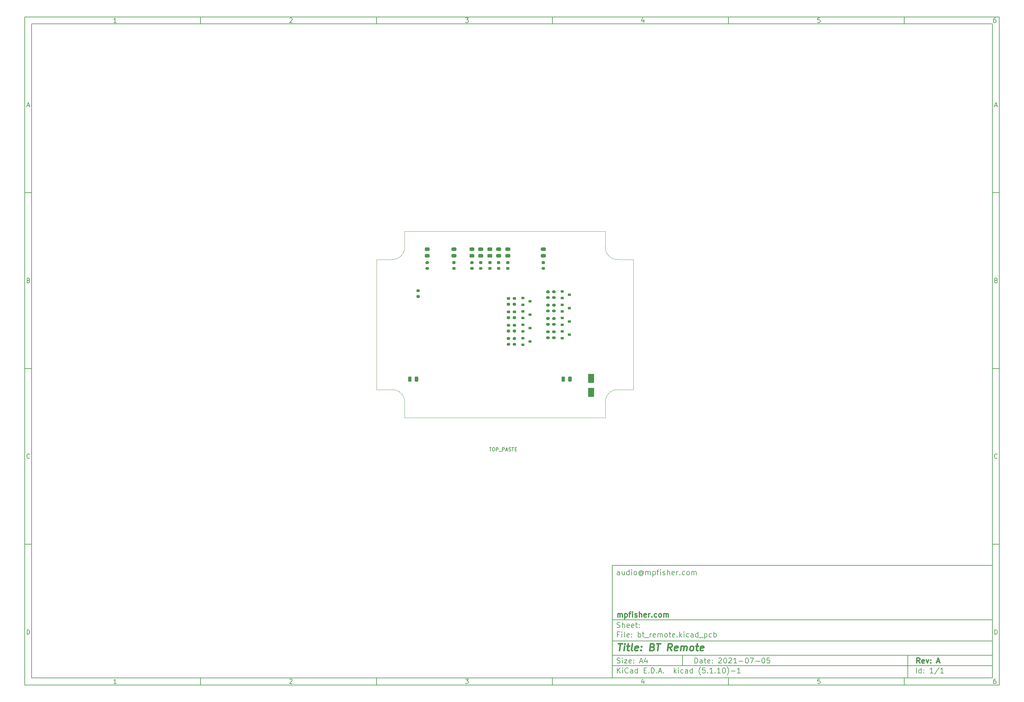
<source format=gbr>
G04 #@! TF.GenerationSoftware,KiCad,Pcbnew,(5.1.10)-1*
G04 #@! TF.CreationDate,2021-11-20T11:05:23+00:00*
G04 #@! TF.ProjectId,bt_remote,62745f72-656d-46f7-9465-2e6b69636164,A*
G04 #@! TF.SameCoordinates,PX68e7780PY7641700*
G04 #@! TF.FileFunction,Paste,Top*
G04 #@! TF.FilePolarity,Positive*
%FSLAX46Y46*%
G04 Gerber Fmt 4.6, Leading zero omitted, Abs format (unit mm)*
G04 Created by KiCad (PCBNEW (5.1.10)-1) date 2021-11-20 11:05:23*
%MOMM*%
%LPD*%
G01*
G04 APERTURE LIST*
%ADD10C,0.100000*%
%ADD11C,0.150000*%
%ADD12C,0.300000*%
%ADD13C,0.400000*%
G04 #@! TA.AperFunction,Profile*
%ADD14C,0.050000*%
G04 #@! TD*
%ADD15R,1.800000X2.500000*%
%ADD16R,0.900000X0.800000*%
G04 APERTURE END LIST*
D10*
D11*
X67002200Y-42007200D02*
X67002200Y-74007200D01*
X175002200Y-74007200D01*
X175002200Y-42007200D01*
X67002200Y-42007200D01*
D10*
D11*
X-100000000Y114000000D02*
X-100000000Y-76007200D01*
X177002200Y-76007200D01*
X177002200Y114000000D01*
X-100000000Y114000000D01*
D10*
D11*
X-98000000Y112000000D02*
X-98000000Y-74007200D01*
X175002200Y-74007200D01*
X175002200Y112000000D01*
X-98000000Y112000000D01*
D10*
D11*
X-50000000Y112000000D02*
X-50000000Y114000000D01*
D10*
D11*
X0Y112000000D02*
X0Y114000000D01*
D10*
D11*
X50000000Y112000000D02*
X50000000Y114000000D01*
D10*
D11*
X100000000Y112000000D02*
X100000000Y114000000D01*
D10*
D11*
X150000000Y112000000D02*
X150000000Y114000000D01*
D10*
D11*
X-73934524Y112411905D02*
X-74677381Y112411905D01*
X-74305953Y112411905D02*
X-74305953Y113711905D01*
X-74429762Y113526191D01*
X-74553572Y113402381D01*
X-74677381Y113340477D01*
D10*
D11*
X-24677381Y113588096D02*
X-24615477Y113650000D01*
X-24491667Y113711905D01*
X-24182143Y113711905D01*
X-24058334Y113650000D01*
X-23996429Y113588096D01*
X-23934524Y113464286D01*
X-23934524Y113340477D01*
X-23996429Y113154762D01*
X-24739286Y112411905D01*
X-23934524Y112411905D01*
D10*
D11*
X25260714Y113711905D02*
X26065476Y113711905D01*
X25632142Y113216667D01*
X25817857Y113216667D01*
X25941666Y113154762D01*
X26003571Y113092858D01*
X26065476Y112969048D01*
X26065476Y112659524D01*
X26003571Y112535715D01*
X25941666Y112473810D01*
X25817857Y112411905D01*
X25446428Y112411905D01*
X25322619Y112473810D01*
X25260714Y112535715D01*
D10*
D11*
X75941666Y113278572D02*
X75941666Y112411905D01*
X75632142Y113773810D02*
X75322619Y112845239D01*
X76127380Y112845239D01*
D10*
D11*
X126003571Y113711905D02*
X125384523Y113711905D01*
X125322619Y113092858D01*
X125384523Y113154762D01*
X125508333Y113216667D01*
X125817857Y113216667D01*
X125941666Y113154762D01*
X126003571Y113092858D01*
X126065476Y112969048D01*
X126065476Y112659524D01*
X126003571Y112535715D01*
X125941666Y112473810D01*
X125817857Y112411905D01*
X125508333Y112411905D01*
X125384523Y112473810D01*
X125322619Y112535715D01*
D10*
D11*
X175941666Y113711905D02*
X175694047Y113711905D01*
X175570238Y113650000D01*
X175508333Y113588096D01*
X175384523Y113402381D01*
X175322619Y113154762D01*
X175322619Y112659524D01*
X175384523Y112535715D01*
X175446428Y112473810D01*
X175570238Y112411905D01*
X175817857Y112411905D01*
X175941666Y112473810D01*
X176003571Y112535715D01*
X176065476Y112659524D01*
X176065476Y112969048D01*
X176003571Y113092858D01*
X175941666Y113154762D01*
X175817857Y113216667D01*
X175570238Y113216667D01*
X175446428Y113154762D01*
X175384523Y113092858D01*
X175322619Y112969048D01*
D10*
D11*
X-50000000Y-74007200D02*
X-50000000Y-76007200D01*
D10*
D11*
X0Y-74007200D02*
X0Y-76007200D01*
D10*
D11*
X50000000Y-74007200D02*
X50000000Y-76007200D01*
D10*
D11*
X100000000Y-74007200D02*
X100000000Y-76007200D01*
D10*
D11*
X150000000Y-74007200D02*
X150000000Y-76007200D01*
D10*
D11*
X-73934524Y-75595295D02*
X-74677381Y-75595295D01*
X-74305953Y-75595295D02*
X-74305953Y-74295295D01*
X-74429762Y-74481009D01*
X-74553572Y-74604819D01*
X-74677381Y-74666723D01*
D10*
D11*
X-24677381Y-74419104D02*
X-24615477Y-74357200D01*
X-24491667Y-74295295D01*
X-24182143Y-74295295D01*
X-24058334Y-74357200D01*
X-23996429Y-74419104D01*
X-23934524Y-74542914D01*
X-23934524Y-74666723D01*
X-23996429Y-74852438D01*
X-24739286Y-75595295D01*
X-23934524Y-75595295D01*
D10*
D11*
X25260714Y-74295295D02*
X26065476Y-74295295D01*
X25632142Y-74790533D01*
X25817857Y-74790533D01*
X25941666Y-74852438D01*
X26003571Y-74914342D01*
X26065476Y-75038152D01*
X26065476Y-75347676D01*
X26003571Y-75471485D01*
X25941666Y-75533390D01*
X25817857Y-75595295D01*
X25446428Y-75595295D01*
X25322619Y-75533390D01*
X25260714Y-75471485D01*
D10*
D11*
X75941666Y-74728628D02*
X75941666Y-75595295D01*
X75632142Y-74233390D02*
X75322619Y-75161961D01*
X76127380Y-75161961D01*
D10*
D11*
X126003571Y-74295295D02*
X125384523Y-74295295D01*
X125322619Y-74914342D01*
X125384523Y-74852438D01*
X125508333Y-74790533D01*
X125817857Y-74790533D01*
X125941666Y-74852438D01*
X126003571Y-74914342D01*
X126065476Y-75038152D01*
X126065476Y-75347676D01*
X126003571Y-75471485D01*
X125941666Y-75533390D01*
X125817857Y-75595295D01*
X125508333Y-75595295D01*
X125384523Y-75533390D01*
X125322619Y-75471485D01*
D10*
D11*
X175941666Y-74295295D02*
X175694047Y-74295295D01*
X175570238Y-74357200D01*
X175508333Y-74419104D01*
X175384523Y-74604819D01*
X175322619Y-74852438D01*
X175322619Y-75347676D01*
X175384523Y-75471485D01*
X175446428Y-75533390D01*
X175570238Y-75595295D01*
X175817857Y-75595295D01*
X175941666Y-75533390D01*
X176003571Y-75471485D01*
X176065476Y-75347676D01*
X176065476Y-75038152D01*
X176003571Y-74914342D01*
X175941666Y-74852438D01*
X175817857Y-74790533D01*
X175570238Y-74790533D01*
X175446428Y-74852438D01*
X175384523Y-74914342D01*
X175322619Y-75038152D01*
D10*
D11*
X-100000000Y64000000D02*
X-98000000Y64000000D01*
D10*
D11*
X-100000000Y14000000D02*
X-98000000Y14000000D01*
D10*
D11*
X-100000000Y-36000000D02*
X-98000000Y-36000000D01*
D10*
D11*
X-99309524Y88783334D02*
X-98690477Y88783334D01*
X-99433334Y88411905D02*
X-99000000Y89711905D01*
X-98566667Y88411905D01*
D10*
D11*
X-98907143Y39092858D02*
X-98721429Y39030953D01*
X-98659524Y38969048D01*
X-98597620Y38845239D01*
X-98597620Y38659524D01*
X-98659524Y38535715D01*
X-98721429Y38473810D01*
X-98845239Y38411905D01*
X-99340477Y38411905D01*
X-99340477Y39711905D01*
X-98907143Y39711905D01*
X-98783334Y39650000D01*
X-98721429Y39588096D01*
X-98659524Y39464286D01*
X-98659524Y39340477D01*
X-98721429Y39216667D01*
X-98783334Y39154762D01*
X-98907143Y39092858D01*
X-99340477Y39092858D01*
D10*
D11*
X-98597620Y-11464285D02*
X-98659524Y-11526190D01*
X-98845239Y-11588095D01*
X-98969048Y-11588095D01*
X-99154762Y-11526190D01*
X-99278572Y-11402380D01*
X-99340477Y-11278571D01*
X-99402381Y-11030952D01*
X-99402381Y-10845238D01*
X-99340477Y-10597619D01*
X-99278572Y-10473809D01*
X-99154762Y-10350000D01*
X-98969048Y-10288095D01*
X-98845239Y-10288095D01*
X-98659524Y-10350000D01*
X-98597620Y-10411904D01*
D10*
D11*
X-99340477Y-61588095D02*
X-99340477Y-60288095D01*
X-99030953Y-60288095D01*
X-98845239Y-60350000D01*
X-98721429Y-60473809D01*
X-98659524Y-60597619D01*
X-98597620Y-60845238D01*
X-98597620Y-61030952D01*
X-98659524Y-61278571D01*
X-98721429Y-61402380D01*
X-98845239Y-61526190D01*
X-99030953Y-61588095D01*
X-99340477Y-61588095D01*
D10*
D11*
X177002200Y64000000D02*
X175002200Y64000000D01*
D10*
D11*
X177002200Y14000000D02*
X175002200Y14000000D01*
D10*
D11*
X177002200Y-36000000D02*
X175002200Y-36000000D01*
D10*
D11*
X175692676Y88783334D02*
X176311723Y88783334D01*
X175568866Y88411905D02*
X176002200Y89711905D01*
X176435533Y88411905D01*
D10*
D11*
X176095057Y39092858D02*
X176280771Y39030953D01*
X176342676Y38969048D01*
X176404580Y38845239D01*
X176404580Y38659524D01*
X176342676Y38535715D01*
X176280771Y38473810D01*
X176156961Y38411905D01*
X175661723Y38411905D01*
X175661723Y39711905D01*
X176095057Y39711905D01*
X176218866Y39650000D01*
X176280771Y39588096D01*
X176342676Y39464286D01*
X176342676Y39340477D01*
X176280771Y39216667D01*
X176218866Y39154762D01*
X176095057Y39092858D01*
X175661723Y39092858D01*
D10*
D11*
X176404580Y-11464285D02*
X176342676Y-11526190D01*
X176156961Y-11588095D01*
X176033152Y-11588095D01*
X175847438Y-11526190D01*
X175723628Y-11402380D01*
X175661723Y-11278571D01*
X175599819Y-11030952D01*
X175599819Y-10845238D01*
X175661723Y-10597619D01*
X175723628Y-10473809D01*
X175847438Y-10350000D01*
X176033152Y-10288095D01*
X176156961Y-10288095D01*
X176342676Y-10350000D01*
X176404580Y-10411904D01*
D10*
D11*
X175661723Y-61588095D02*
X175661723Y-60288095D01*
X175971247Y-60288095D01*
X176156961Y-60350000D01*
X176280771Y-60473809D01*
X176342676Y-60597619D01*
X176404580Y-60845238D01*
X176404580Y-61030952D01*
X176342676Y-61278571D01*
X176280771Y-61402380D01*
X176156961Y-61526190D01*
X175971247Y-61588095D01*
X175661723Y-61588095D01*
D10*
D11*
X90434342Y-69785771D02*
X90434342Y-68285771D01*
X90791485Y-68285771D01*
X91005771Y-68357200D01*
X91148628Y-68500057D01*
X91220057Y-68642914D01*
X91291485Y-68928628D01*
X91291485Y-69142914D01*
X91220057Y-69428628D01*
X91148628Y-69571485D01*
X91005771Y-69714342D01*
X90791485Y-69785771D01*
X90434342Y-69785771D01*
X92577200Y-69785771D02*
X92577200Y-69000057D01*
X92505771Y-68857200D01*
X92362914Y-68785771D01*
X92077200Y-68785771D01*
X91934342Y-68857200D01*
X92577200Y-69714342D02*
X92434342Y-69785771D01*
X92077200Y-69785771D01*
X91934342Y-69714342D01*
X91862914Y-69571485D01*
X91862914Y-69428628D01*
X91934342Y-69285771D01*
X92077200Y-69214342D01*
X92434342Y-69214342D01*
X92577200Y-69142914D01*
X93077200Y-68785771D02*
X93648628Y-68785771D01*
X93291485Y-68285771D02*
X93291485Y-69571485D01*
X93362914Y-69714342D01*
X93505771Y-69785771D01*
X93648628Y-69785771D01*
X94720057Y-69714342D02*
X94577200Y-69785771D01*
X94291485Y-69785771D01*
X94148628Y-69714342D01*
X94077200Y-69571485D01*
X94077200Y-69000057D01*
X94148628Y-68857200D01*
X94291485Y-68785771D01*
X94577200Y-68785771D01*
X94720057Y-68857200D01*
X94791485Y-69000057D01*
X94791485Y-69142914D01*
X94077200Y-69285771D01*
X95434342Y-69642914D02*
X95505771Y-69714342D01*
X95434342Y-69785771D01*
X95362914Y-69714342D01*
X95434342Y-69642914D01*
X95434342Y-69785771D01*
X95434342Y-68857200D02*
X95505771Y-68928628D01*
X95434342Y-69000057D01*
X95362914Y-68928628D01*
X95434342Y-68857200D01*
X95434342Y-69000057D01*
X97220057Y-68428628D02*
X97291485Y-68357200D01*
X97434342Y-68285771D01*
X97791485Y-68285771D01*
X97934342Y-68357200D01*
X98005771Y-68428628D01*
X98077200Y-68571485D01*
X98077200Y-68714342D01*
X98005771Y-68928628D01*
X97148628Y-69785771D01*
X98077200Y-69785771D01*
X99005771Y-68285771D02*
X99148628Y-68285771D01*
X99291485Y-68357200D01*
X99362914Y-68428628D01*
X99434342Y-68571485D01*
X99505771Y-68857200D01*
X99505771Y-69214342D01*
X99434342Y-69500057D01*
X99362914Y-69642914D01*
X99291485Y-69714342D01*
X99148628Y-69785771D01*
X99005771Y-69785771D01*
X98862914Y-69714342D01*
X98791485Y-69642914D01*
X98720057Y-69500057D01*
X98648628Y-69214342D01*
X98648628Y-68857200D01*
X98720057Y-68571485D01*
X98791485Y-68428628D01*
X98862914Y-68357200D01*
X99005771Y-68285771D01*
X100077200Y-68428628D02*
X100148628Y-68357200D01*
X100291485Y-68285771D01*
X100648628Y-68285771D01*
X100791485Y-68357200D01*
X100862914Y-68428628D01*
X100934342Y-68571485D01*
X100934342Y-68714342D01*
X100862914Y-68928628D01*
X100005771Y-69785771D01*
X100934342Y-69785771D01*
X102362914Y-69785771D02*
X101505771Y-69785771D01*
X101934342Y-69785771D02*
X101934342Y-68285771D01*
X101791485Y-68500057D01*
X101648628Y-68642914D01*
X101505771Y-68714342D01*
X103005771Y-69214342D02*
X104148628Y-69214342D01*
X105148628Y-68285771D02*
X105291485Y-68285771D01*
X105434342Y-68357200D01*
X105505771Y-68428628D01*
X105577200Y-68571485D01*
X105648628Y-68857200D01*
X105648628Y-69214342D01*
X105577200Y-69500057D01*
X105505771Y-69642914D01*
X105434342Y-69714342D01*
X105291485Y-69785771D01*
X105148628Y-69785771D01*
X105005771Y-69714342D01*
X104934342Y-69642914D01*
X104862914Y-69500057D01*
X104791485Y-69214342D01*
X104791485Y-68857200D01*
X104862914Y-68571485D01*
X104934342Y-68428628D01*
X105005771Y-68357200D01*
X105148628Y-68285771D01*
X106148628Y-68285771D02*
X107148628Y-68285771D01*
X106505771Y-69785771D01*
X107720057Y-69214342D02*
X108862914Y-69214342D01*
X109862914Y-68285771D02*
X110005771Y-68285771D01*
X110148628Y-68357200D01*
X110220057Y-68428628D01*
X110291485Y-68571485D01*
X110362914Y-68857200D01*
X110362914Y-69214342D01*
X110291485Y-69500057D01*
X110220057Y-69642914D01*
X110148628Y-69714342D01*
X110005771Y-69785771D01*
X109862914Y-69785771D01*
X109720057Y-69714342D01*
X109648628Y-69642914D01*
X109577200Y-69500057D01*
X109505771Y-69214342D01*
X109505771Y-68857200D01*
X109577200Y-68571485D01*
X109648628Y-68428628D01*
X109720057Y-68357200D01*
X109862914Y-68285771D01*
X111720057Y-68285771D02*
X111005771Y-68285771D01*
X110934342Y-69000057D01*
X111005771Y-68928628D01*
X111148628Y-68857200D01*
X111505771Y-68857200D01*
X111648628Y-68928628D01*
X111720057Y-69000057D01*
X111791485Y-69142914D01*
X111791485Y-69500057D01*
X111720057Y-69642914D01*
X111648628Y-69714342D01*
X111505771Y-69785771D01*
X111148628Y-69785771D01*
X111005771Y-69714342D01*
X110934342Y-69642914D01*
D10*
D11*
X67002200Y-70507200D02*
X175002200Y-70507200D01*
D10*
D11*
X68434342Y-72585771D02*
X68434342Y-71085771D01*
X69291485Y-72585771D02*
X68648628Y-71728628D01*
X69291485Y-71085771D02*
X68434342Y-71942914D01*
X69934342Y-72585771D02*
X69934342Y-71585771D01*
X69934342Y-71085771D02*
X69862914Y-71157200D01*
X69934342Y-71228628D01*
X70005771Y-71157200D01*
X69934342Y-71085771D01*
X69934342Y-71228628D01*
X71505771Y-72442914D02*
X71434342Y-72514342D01*
X71220057Y-72585771D01*
X71077200Y-72585771D01*
X70862914Y-72514342D01*
X70720057Y-72371485D01*
X70648628Y-72228628D01*
X70577200Y-71942914D01*
X70577200Y-71728628D01*
X70648628Y-71442914D01*
X70720057Y-71300057D01*
X70862914Y-71157200D01*
X71077200Y-71085771D01*
X71220057Y-71085771D01*
X71434342Y-71157200D01*
X71505771Y-71228628D01*
X72791485Y-72585771D02*
X72791485Y-71800057D01*
X72720057Y-71657200D01*
X72577200Y-71585771D01*
X72291485Y-71585771D01*
X72148628Y-71657200D01*
X72791485Y-72514342D02*
X72648628Y-72585771D01*
X72291485Y-72585771D01*
X72148628Y-72514342D01*
X72077200Y-72371485D01*
X72077200Y-72228628D01*
X72148628Y-72085771D01*
X72291485Y-72014342D01*
X72648628Y-72014342D01*
X72791485Y-71942914D01*
X74148628Y-72585771D02*
X74148628Y-71085771D01*
X74148628Y-72514342D02*
X74005771Y-72585771D01*
X73720057Y-72585771D01*
X73577200Y-72514342D01*
X73505771Y-72442914D01*
X73434342Y-72300057D01*
X73434342Y-71871485D01*
X73505771Y-71728628D01*
X73577200Y-71657200D01*
X73720057Y-71585771D01*
X74005771Y-71585771D01*
X74148628Y-71657200D01*
X76005771Y-71800057D02*
X76505771Y-71800057D01*
X76720057Y-72585771D02*
X76005771Y-72585771D01*
X76005771Y-71085771D01*
X76720057Y-71085771D01*
X77362914Y-72442914D02*
X77434342Y-72514342D01*
X77362914Y-72585771D01*
X77291485Y-72514342D01*
X77362914Y-72442914D01*
X77362914Y-72585771D01*
X78077200Y-72585771D02*
X78077200Y-71085771D01*
X78434342Y-71085771D01*
X78648628Y-71157200D01*
X78791485Y-71300057D01*
X78862914Y-71442914D01*
X78934342Y-71728628D01*
X78934342Y-71942914D01*
X78862914Y-72228628D01*
X78791485Y-72371485D01*
X78648628Y-72514342D01*
X78434342Y-72585771D01*
X78077200Y-72585771D01*
X79577200Y-72442914D02*
X79648628Y-72514342D01*
X79577200Y-72585771D01*
X79505771Y-72514342D01*
X79577200Y-72442914D01*
X79577200Y-72585771D01*
X80220057Y-72157200D02*
X80934342Y-72157200D01*
X80077200Y-72585771D02*
X80577200Y-71085771D01*
X81077200Y-72585771D01*
X81577200Y-72442914D02*
X81648628Y-72514342D01*
X81577200Y-72585771D01*
X81505771Y-72514342D01*
X81577200Y-72442914D01*
X81577200Y-72585771D01*
X84577200Y-72585771D02*
X84577200Y-71085771D01*
X84720057Y-72014342D02*
X85148628Y-72585771D01*
X85148628Y-71585771D02*
X84577200Y-72157200D01*
X85791485Y-72585771D02*
X85791485Y-71585771D01*
X85791485Y-71085771D02*
X85720057Y-71157200D01*
X85791485Y-71228628D01*
X85862914Y-71157200D01*
X85791485Y-71085771D01*
X85791485Y-71228628D01*
X87148628Y-72514342D02*
X87005771Y-72585771D01*
X86720057Y-72585771D01*
X86577200Y-72514342D01*
X86505771Y-72442914D01*
X86434342Y-72300057D01*
X86434342Y-71871485D01*
X86505771Y-71728628D01*
X86577200Y-71657200D01*
X86720057Y-71585771D01*
X87005771Y-71585771D01*
X87148628Y-71657200D01*
X88434342Y-72585771D02*
X88434342Y-71800057D01*
X88362914Y-71657200D01*
X88220057Y-71585771D01*
X87934342Y-71585771D01*
X87791485Y-71657200D01*
X88434342Y-72514342D02*
X88291485Y-72585771D01*
X87934342Y-72585771D01*
X87791485Y-72514342D01*
X87720057Y-72371485D01*
X87720057Y-72228628D01*
X87791485Y-72085771D01*
X87934342Y-72014342D01*
X88291485Y-72014342D01*
X88434342Y-71942914D01*
X89791485Y-72585771D02*
X89791485Y-71085771D01*
X89791485Y-72514342D02*
X89648628Y-72585771D01*
X89362914Y-72585771D01*
X89220057Y-72514342D01*
X89148628Y-72442914D01*
X89077200Y-72300057D01*
X89077200Y-71871485D01*
X89148628Y-71728628D01*
X89220057Y-71657200D01*
X89362914Y-71585771D01*
X89648628Y-71585771D01*
X89791485Y-71657200D01*
X92077200Y-73157200D02*
X92005771Y-73085771D01*
X91862914Y-72871485D01*
X91791485Y-72728628D01*
X91720057Y-72514342D01*
X91648628Y-72157200D01*
X91648628Y-71871485D01*
X91720057Y-71514342D01*
X91791485Y-71300057D01*
X91862914Y-71157200D01*
X92005771Y-70942914D01*
X92077200Y-70871485D01*
X93362914Y-71085771D02*
X92648628Y-71085771D01*
X92577200Y-71800057D01*
X92648628Y-71728628D01*
X92791485Y-71657200D01*
X93148628Y-71657200D01*
X93291485Y-71728628D01*
X93362914Y-71800057D01*
X93434342Y-71942914D01*
X93434342Y-72300057D01*
X93362914Y-72442914D01*
X93291485Y-72514342D01*
X93148628Y-72585771D01*
X92791485Y-72585771D01*
X92648628Y-72514342D01*
X92577200Y-72442914D01*
X94077200Y-72442914D02*
X94148628Y-72514342D01*
X94077200Y-72585771D01*
X94005771Y-72514342D01*
X94077200Y-72442914D01*
X94077200Y-72585771D01*
X95577200Y-72585771D02*
X94720057Y-72585771D01*
X95148628Y-72585771D02*
X95148628Y-71085771D01*
X95005771Y-71300057D01*
X94862914Y-71442914D01*
X94720057Y-71514342D01*
X96220057Y-72442914D02*
X96291485Y-72514342D01*
X96220057Y-72585771D01*
X96148628Y-72514342D01*
X96220057Y-72442914D01*
X96220057Y-72585771D01*
X97720057Y-72585771D02*
X96862914Y-72585771D01*
X97291485Y-72585771D02*
X97291485Y-71085771D01*
X97148628Y-71300057D01*
X97005771Y-71442914D01*
X96862914Y-71514342D01*
X98648628Y-71085771D02*
X98791485Y-71085771D01*
X98934342Y-71157200D01*
X99005771Y-71228628D01*
X99077200Y-71371485D01*
X99148628Y-71657200D01*
X99148628Y-72014342D01*
X99077200Y-72300057D01*
X99005771Y-72442914D01*
X98934342Y-72514342D01*
X98791485Y-72585771D01*
X98648628Y-72585771D01*
X98505771Y-72514342D01*
X98434342Y-72442914D01*
X98362914Y-72300057D01*
X98291485Y-72014342D01*
X98291485Y-71657200D01*
X98362914Y-71371485D01*
X98434342Y-71228628D01*
X98505771Y-71157200D01*
X98648628Y-71085771D01*
X99648628Y-73157200D02*
X99720057Y-73085771D01*
X99862914Y-72871485D01*
X99934342Y-72728628D01*
X100005771Y-72514342D01*
X100077200Y-72157200D01*
X100077200Y-71871485D01*
X100005771Y-71514342D01*
X99934342Y-71300057D01*
X99862914Y-71157200D01*
X99720057Y-70942914D01*
X99648628Y-70871485D01*
X100791485Y-72014342D02*
X101934342Y-72014342D01*
X103434342Y-72585771D02*
X102577200Y-72585771D01*
X103005771Y-72585771D02*
X103005771Y-71085771D01*
X102862914Y-71300057D01*
X102720057Y-71442914D01*
X102577200Y-71514342D01*
D10*
D11*
X67002200Y-67507200D02*
X175002200Y-67507200D01*
D10*
D12*
X154411485Y-69785771D02*
X153911485Y-69071485D01*
X153554342Y-69785771D02*
X153554342Y-68285771D01*
X154125771Y-68285771D01*
X154268628Y-68357200D01*
X154340057Y-68428628D01*
X154411485Y-68571485D01*
X154411485Y-68785771D01*
X154340057Y-68928628D01*
X154268628Y-69000057D01*
X154125771Y-69071485D01*
X153554342Y-69071485D01*
X155625771Y-69714342D02*
X155482914Y-69785771D01*
X155197200Y-69785771D01*
X155054342Y-69714342D01*
X154982914Y-69571485D01*
X154982914Y-69000057D01*
X155054342Y-68857200D01*
X155197200Y-68785771D01*
X155482914Y-68785771D01*
X155625771Y-68857200D01*
X155697200Y-69000057D01*
X155697200Y-69142914D01*
X154982914Y-69285771D01*
X156197200Y-68785771D02*
X156554342Y-69785771D01*
X156911485Y-68785771D01*
X157482914Y-69642914D02*
X157554342Y-69714342D01*
X157482914Y-69785771D01*
X157411485Y-69714342D01*
X157482914Y-69642914D01*
X157482914Y-69785771D01*
X157482914Y-68857200D02*
X157554342Y-68928628D01*
X157482914Y-69000057D01*
X157411485Y-68928628D01*
X157482914Y-68857200D01*
X157482914Y-69000057D01*
X159268628Y-69357200D02*
X159982914Y-69357200D01*
X159125771Y-69785771D02*
X159625771Y-68285771D01*
X160125771Y-69785771D01*
D10*
D11*
X68362914Y-69714342D02*
X68577200Y-69785771D01*
X68934342Y-69785771D01*
X69077200Y-69714342D01*
X69148628Y-69642914D01*
X69220057Y-69500057D01*
X69220057Y-69357200D01*
X69148628Y-69214342D01*
X69077200Y-69142914D01*
X68934342Y-69071485D01*
X68648628Y-69000057D01*
X68505771Y-68928628D01*
X68434342Y-68857200D01*
X68362914Y-68714342D01*
X68362914Y-68571485D01*
X68434342Y-68428628D01*
X68505771Y-68357200D01*
X68648628Y-68285771D01*
X69005771Y-68285771D01*
X69220057Y-68357200D01*
X69862914Y-69785771D02*
X69862914Y-68785771D01*
X69862914Y-68285771D02*
X69791485Y-68357200D01*
X69862914Y-68428628D01*
X69934342Y-68357200D01*
X69862914Y-68285771D01*
X69862914Y-68428628D01*
X70434342Y-68785771D02*
X71220057Y-68785771D01*
X70434342Y-69785771D01*
X71220057Y-69785771D01*
X72362914Y-69714342D02*
X72220057Y-69785771D01*
X71934342Y-69785771D01*
X71791485Y-69714342D01*
X71720057Y-69571485D01*
X71720057Y-69000057D01*
X71791485Y-68857200D01*
X71934342Y-68785771D01*
X72220057Y-68785771D01*
X72362914Y-68857200D01*
X72434342Y-69000057D01*
X72434342Y-69142914D01*
X71720057Y-69285771D01*
X73077200Y-69642914D02*
X73148628Y-69714342D01*
X73077200Y-69785771D01*
X73005771Y-69714342D01*
X73077200Y-69642914D01*
X73077200Y-69785771D01*
X73077200Y-68857200D02*
X73148628Y-68928628D01*
X73077200Y-69000057D01*
X73005771Y-68928628D01*
X73077200Y-68857200D01*
X73077200Y-69000057D01*
X74862914Y-69357200D02*
X75577200Y-69357200D01*
X74720057Y-69785771D02*
X75220057Y-68285771D01*
X75720057Y-69785771D01*
X76862914Y-68785771D02*
X76862914Y-69785771D01*
X76505771Y-68214342D02*
X76148628Y-69285771D01*
X77077200Y-69285771D01*
D10*
D11*
X153434342Y-72585771D02*
X153434342Y-71085771D01*
X154791485Y-72585771D02*
X154791485Y-71085771D01*
X154791485Y-72514342D02*
X154648628Y-72585771D01*
X154362914Y-72585771D01*
X154220057Y-72514342D01*
X154148628Y-72442914D01*
X154077200Y-72300057D01*
X154077200Y-71871485D01*
X154148628Y-71728628D01*
X154220057Y-71657200D01*
X154362914Y-71585771D01*
X154648628Y-71585771D01*
X154791485Y-71657200D01*
X155505771Y-72442914D02*
X155577200Y-72514342D01*
X155505771Y-72585771D01*
X155434342Y-72514342D01*
X155505771Y-72442914D01*
X155505771Y-72585771D01*
X155505771Y-71657200D02*
X155577200Y-71728628D01*
X155505771Y-71800057D01*
X155434342Y-71728628D01*
X155505771Y-71657200D01*
X155505771Y-71800057D01*
X158148628Y-72585771D02*
X157291485Y-72585771D01*
X157720057Y-72585771D02*
X157720057Y-71085771D01*
X157577200Y-71300057D01*
X157434342Y-71442914D01*
X157291485Y-71514342D01*
X159862914Y-71014342D02*
X158577200Y-72942914D01*
X161148628Y-72585771D02*
X160291485Y-72585771D01*
X160720057Y-72585771D02*
X160720057Y-71085771D01*
X160577200Y-71300057D01*
X160434342Y-71442914D01*
X160291485Y-71514342D01*
D10*
D11*
X67002200Y-63507200D02*
X175002200Y-63507200D01*
D10*
D13*
X68714580Y-64211961D02*
X69857438Y-64211961D01*
X69036009Y-66211961D02*
X69286009Y-64211961D01*
X70274104Y-66211961D02*
X70440771Y-64878628D01*
X70524104Y-64211961D02*
X70416961Y-64307200D01*
X70500295Y-64402438D01*
X70607438Y-64307200D01*
X70524104Y-64211961D01*
X70500295Y-64402438D01*
X71107438Y-64878628D02*
X71869342Y-64878628D01*
X71476485Y-64211961D02*
X71262200Y-65926247D01*
X71333628Y-66116723D01*
X71512200Y-66211961D01*
X71702676Y-66211961D01*
X72655057Y-66211961D02*
X72476485Y-66116723D01*
X72405057Y-65926247D01*
X72619342Y-64211961D01*
X74190771Y-66116723D02*
X73988390Y-66211961D01*
X73607438Y-66211961D01*
X73428866Y-66116723D01*
X73357438Y-65926247D01*
X73452676Y-65164342D01*
X73571723Y-64973866D01*
X73774104Y-64878628D01*
X74155057Y-64878628D01*
X74333628Y-64973866D01*
X74405057Y-65164342D01*
X74381247Y-65354819D01*
X73405057Y-65545295D01*
X75155057Y-66021485D02*
X75238390Y-66116723D01*
X75131247Y-66211961D01*
X75047914Y-66116723D01*
X75155057Y-66021485D01*
X75131247Y-66211961D01*
X75286009Y-64973866D02*
X75369342Y-65069104D01*
X75262200Y-65164342D01*
X75178866Y-65069104D01*
X75286009Y-64973866D01*
X75262200Y-65164342D01*
X78405057Y-65164342D02*
X78678866Y-65259580D01*
X78762200Y-65354819D01*
X78833628Y-65545295D01*
X78797914Y-65831009D01*
X78678866Y-66021485D01*
X78571723Y-66116723D01*
X78369342Y-66211961D01*
X77607438Y-66211961D01*
X77857438Y-64211961D01*
X78524104Y-64211961D01*
X78702676Y-64307200D01*
X78786009Y-64402438D01*
X78857438Y-64592914D01*
X78833628Y-64783390D01*
X78714580Y-64973866D01*
X78607438Y-65069104D01*
X78405057Y-65164342D01*
X77738390Y-65164342D01*
X79571723Y-64211961D02*
X80714580Y-64211961D01*
X79893152Y-66211961D02*
X80143152Y-64211961D01*
X83797914Y-66211961D02*
X83250295Y-65259580D01*
X82655057Y-66211961D02*
X82905057Y-64211961D01*
X83666961Y-64211961D01*
X83845533Y-64307200D01*
X83928866Y-64402438D01*
X84000295Y-64592914D01*
X83964580Y-64878628D01*
X83845533Y-65069104D01*
X83738390Y-65164342D01*
X83536009Y-65259580D01*
X82774104Y-65259580D01*
X85428866Y-66116723D02*
X85226485Y-66211961D01*
X84845533Y-66211961D01*
X84666961Y-66116723D01*
X84595533Y-65926247D01*
X84690771Y-65164342D01*
X84809819Y-64973866D01*
X85012200Y-64878628D01*
X85393152Y-64878628D01*
X85571723Y-64973866D01*
X85643152Y-65164342D01*
X85619342Y-65354819D01*
X84643152Y-65545295D01*
X86369342Y-66211961D02*
X86536009Y-64878628D01*
X86512200Y-65069104D02*
X86619342Y-64973866D01*
X86821723Y-64878628D01*
X87107438Y-64878628D01*
X87286009Y-64973866D01*
X87357438Y-65164342D01*
X87226485Y-66211961D01*
X87357438Y-65164342D02*
X87476485Y-64973866D01*
X87678866Y-64878628D01*
X87964580Y-64878628D01*
X88143152Y-64973866D01*
X88214580Y-65164342D01*
X88083628Y-66211961D01*
X89321723Y-66211961D02*
X89143152Y-66116723D01*
X89059819Y-66021485D01*
X88988390Y-65831009D01*
X89059819Y-65259580D01*
X89178866Y-65069104D01*
X89286009Y-64973866D01*
X89488390Y-64878628D01*
X89774104Y-64878628D01*
X89952676Y-64973866D01*
X90036009Y-65069104D01*
X90107438Y-65259580D01*
X90036009Y-65831009D01*
X89916961Y-66021485D01*
X89809819Y-66116723D01*
X89607438Y-66211961D01*
X89321723Y-66211961D01*
X90726485Y-64878628D02*
X91488390Y-64878628D01*
X91095533Y-64211961D02*
X90881247Y-65926247D01*
X90952676Y-66116723D01*
X91131247Y-66211961D01*
X91321723Y-66211961D01*
X92762200Y-66116723D02*
X92559819Y-66211961D01*
X92178866Y-66211961D01*
X92000295Y-66116723D01*
X91928866Y-65926247D01*
X92024104Y-65164342D01*
X92143152Y-64973866D01*
X92345533Y-64878628D01*
X92726485Y-64878628D01*
X92905057Y-64973866D01*
X92976485Y-65164342D01*
X92952676Y-65354819D01*
X91976485Y-65545295D01*
D10*
D11*
X68934342Y-61600057D02*
X68434342Y-61600057D01*
X68434342Y-62385771D02*
X68434342Y-60885771D01*
X69148628Y-60885771D01*
X69720057Y-62385771D02*
X69720057Y-61385771D01*
X69720057Y-60885771D02*
X69648628Y-60957200D01*
X69720057Y-61028628D01*
X69791485Y-60957200D01*
X69720057Y-60885771D01*
X69720057Y-61028628D01*
X70648628Y-62385771D02*
X70505771Y-62314342D01*
X70434342Y-62171485D01*
X70434342Y-60885771D01*
X71791485Y-62314342D02*
X71648628Y-62385771D01*
X71362914Y-62385771D01*
X71220057Y-62314342D01*
X71148628Y-62171485D01*
X71148628Y-61600057D01*
X71220057Y-61457200D01*
X71362914Y-61385771D01*
X71648628Y-61385771D01*
X71791485Y-61457200D01*
X71862914Y-61600057D01*
X71862914Y-61742914D01*
X71148628Y-61885771D01*
X72505771Y-62242914D02*
X72577200Y-62314342D01*
X72505771Y-62385771D01*
X72434342Y-62314342D01*
X72505771Y-62242914D01*
X72505771Y-62385771D01*
X72505771Y-61457200D02*
X72577200Y-61528628D01*
X72505771Y-61600057D01*
X72434342Y-61528628D01*
X72505771Y-61457200D01*
X72505771Y-61600057D01*
X74362914Y-62385771D02*
X74362914Y-60885771D01*
X74362914Y-61457200D02*
X74505771Y-61385771D01*
X74791485Y-61385771D01*
X74934342Y-61457200D01*
X75005771Y-61528628D01*
X75077200Y-61671485D01*
X75077200Y-62100057D01*
X75005771Y-62242914D01*
X74934342Y-62314342D01*
X74791485Y-62385771D01*
X74505771Y-62385771D01*
X74362914Y-62314342D01*
X75505771Y-61385771D02*
X76077200Y-61385771D01*
X75720057Y-60885771D02*
X75720057Y-62171485D01*
X75791485Y-62314342D01*
X75934342Y-62385771D01*
X76077200Y-62385771D01*
X76220057Y-62528628D02*
X77362914Y-62528628D01*
X77720057Y-62385771D02*
X77720057Y-61385771D01*
X77720057Y-61671485D02*
X77791485Y-61528628D01*
X77862914Y-61457200D01*
X78005771Y-61385771D01*
X78148628Y-61385771D01*
X79220057Y-62314342D02*
X79077200Y-62385771D01*
X78791485Y-62385771D01*
X78648628Y-62314342D01*
X78577200Y-62171485D01*
X78577200Y-61600057D01*
X78648628Y-61457200D01*
X78791485Y-61385771D01*
X79077200Y-61385771D01*
X79220057Y-61457200D01*
X79291485Y-61600057D01*
X79291485Y-61742914D01*
X78577200Y-61885771D01*
X79934342Y-62385771D02*
X79934342Y-61385771D01*
X79934342Y-61528628D02*
X80005771Y-61457200D01*
X80148628Y-61385771D01*
X80362914Y-61385771D01*
X80505771Y-61457200D01*
X80577200Y-61600057D01*
X80577200Y-62385771D01*
X80577200Y-61600057D02*
X80648628Y-61457200D01*
X80791485Y-61385771D01*
X81005771Y-61385771D01*
X81148628Y-61457200D01*
X81220057Y-61600057D01*
X81220057Y-62385771D01*
X82148628Y-62385771D02*
X82005771Y-62314342D01*
X81934342Y-62242914D01*
X81862914Y-62100057D01*
X81862914Y-61671485D01*
X81934342Y-61528628D01*
X82005771Y-61457200D01*
X82148628Y-61385771D01*
X82362914Y-61385771D01*
X82505771Y-61457200D01*
X82577200Y-61528628D01*
X82648628Y-61671485D01*
X82648628Y-62100057D01*
X82577200Y-62242914D01*
X82505771Y-62314342D01*
X82362914Y-62385771D01*
X82148628Y-62385771D01*
X83077200Y-61385771D02*
X83648628Y-61385771D01*
X83291485Y-60885771D02*
X83291485Y-62171485D01*
X83362914Y-62314342D01*
X83505771Y-62385771D01*
X83648628Y-62385771D01*
X84720057Y-62314342D02*
X84577200Y-62385771D01*
X84291485Y-62385771D01*
X84148628Y-62314342D01*
X84077200Y-62171485D01*
X84077200Y-61600057D01*
X84148628Y-61457200D01*
X84291485Y-61385771D01*
X84577200Y-61385771D01*
X84720057Y-61457200D01*
X84791485Y-61600057D01*
X84791485Y-61742914D01*
X84077200Y-61885771D01*
X85434342Y-62242914D02*
X85505771Y-62314342D01*
X85434342Y-62385771D01*
X85362914Y-62314342D01*
X85434342Y-62242914D01*
X85434342Y-62385771D01*
X86148628Y-62385771D02*
X86148628Y-60885771D01*
X86291485Y-61814342D02*
X86720057Y-62385771D01*
X86720057Y-61385771D02*
X86148628Y-61957200D01*
X87362914Y-62385771D02*
X87362914Y-61385771D01*
X87362914Y-60885771D02*
X87291485Y-60957200D01*
X87362914Y-61028628D01*
X87434342Y-60957200D01*
X87362914Y-60885771D01*
X87362914Y-61028628D01*
X88720057Y-62314342D02*
X88577200Y-62385771D01*
X88291485Y-62385771D01*
X88148628Y-62314342D01*
X88077200Y-62242914D01*
X88005771Y-62100057D01*
X88005771Y-61671485D01*
X88077200Y-61528628D01*
X88148628Y-61457200D01*
X88291485Y-61385771D01*
X88577200Y-61385771D01*
X88720057Y-61457200D01*
X90005771Y-62385771D02*
X90005771Y-61600057D01*
X89934342Y-61457200D01*
X89791485Y-61385771D01*
X89505771Y-61385771D01*
X89362914Y-61457200D01*
X90005771Y-62314342D02*
X89862914Y-62385771D01*
X89505771Y-62385771D01*
X89362914Y-62314342D01*
X89291485Y-62171485D01*
X89291485Y-62028628D01*
X89362914Y-61885771D01*
X89505771Y-61814342D01*
X89862914Y-61814342D01*
X90005771Y-61742914D01*
X91362914Y-62385771D02*
X91362914Y-60885771D01*
X91362914Y-62314342D02*
X91220057Y-62385771D01*
X90934342Y-62385771D01*
X90791485Y-62314342D01*
X90720057Y-62242914D01*
X90648628Y-62100057D01*
X90648628Y-61671485D01*
X90720057Y-61528628D01*
X90791485Y-61457200D01*
X90934342Y-61385771D01*
X91220057Y-61385771D01*
X91362914Y-61457200D01*
X91720057Y-62528628D02*
X92862914Y-62528628D01*
X93220057Y-61385771D02*
X93220057Y-62885771D01*
X93220057Y-61457200D02*
X93362914Y-61385771D01*
X93648628Y-61385771D01*
X93791485Y-61457200D01*
X93862914Y-61528628D01*
X93934342Y-61671485D01*
X93934342Y-62100057D01*
X93862914Y-62242914D01*
X93791485Y-62314342D01*
X93648628Y-62385771D01*
X93362914Y-62385771D01*
X93220057Y-62314342D01*
X95220057Y-62314342D02*
X95077200Y-62385771D01*
X94791485Y-62385771D01*
X94648628Y-62314342D01*
X94577200Y-62242914D01*
X94505771Y-62100057D01*
X94505771Y-61671485D01*
X94577200Y-61528628D01*
X94648628Y-61457200D01*
X94791485Y-61385771D01*
X95077200Y-61385771D01*
X95220057Y-61457200D01*
X95862914Y-62385771D02*
X95862914Y-60885771D01*
X95862914Y-61457200D02*
X96005771Y-61385771D01*
X96291485Y-61385771D01*
X96434342Y-61457200D01*
X96505771Y-61528628D01*
X96577200Y-61671485D01*
X96577200Y-62100057D01*
X96505771Y-62242914D01*
X96434342Y-62314342D01*
X96291485Y-62385771D01*
X96005771Y-62385771D01*
X95862914Y-62314342D01*
D10*
D11*
X67002200Y-57507200D02*
X175002200Y-57507200D01*
D10*
D11*
X68362914Y-59614342D02*
X68577200Y-59685771D01*
X68934342Y-59685771D01*
X69077200Y-59614342D01*
X69148628Y-59542914D01*
X69220057Y-59400057D01*
X69220057Y-59257200D01*
X69148628Y-59114342D01*
X69077200Y-59042914D01*
X68934342Y-58971485D01*
X68648628Y-58900057D01*
X68505771Y-58828628D01*
X68434342Y-58757200D01*
X68362914Y-58614342D01*
X68362914Y-58471485D01*
X68434342Y-58328628D01*
X68505771Y-58257200D01*
X68648628Y-58185771D01*
X69005771Y-58185771D01*
X69220057Y-58257200D01*
X69862914Y-59685771D02*
X69862914Y-58185771D01*
X70505771Y-59685771D02*
X70505771Y-58900057D01*
X70434342Y-58757200D01*
X70291485Y-58685771D01*
X70077200Y-58685771D01*
X69934342Y-58757200D01*
X69862914Y-58828628D01*
X71791485Y-59614342D02*
X71648628Y-59685771D01*
X71362914Y-59685771D01*
X71220057Y-59614342D01*
X71148628Y-59471485D01*
X71148628Y-58900057D01*
X71220057Y-58757200D01*
X71362914Y-58685771D01*
X71648628Y-58685771D01*
X71791485Y-58757200D01*
X71862914Y-58900057D01*
X71862914Y-59042914D01*
X71148628Y-59185771D01*
X73077200Y-59614342D02*
X72934342Y-59685771D01*
X72648628Y-59685771D01*
X72505771Y-59614342D01*
X72434342Y-59471485D01*
X72434342Y-58900057D01*
X72505771Y-58757200D01*
X72648628Y-58685771D01*
X72934342Y-58685771D01*
X73077200Y-58757200D01*
X73148628Y-58900057D01*
X73148628Y-59042914D01*
X72434342Y-59185771D01*
X73577200Y-58685771D02*
X74148628Y-58685771D01*
X73791485Y-58185771D02*
X73791485Y-59471485D01*
X73862914Y-59614342D01*
X74005771Y-59685771D01*
X74148628Y-59685771D01*
X74648628Y-59542914D02*
X74720057Y-59614342D01*
X74648628Y-59685771D01*
X74577200Y-59614342D01*
X74648628Y-59542914D01*
X74648628Y-59685771D01*
X74648628Y-58757200D02*
X74720057Y-58828628D01*
X74648628Y-58900057D01*
X74577200Y-58828628D01*
X74648628Y-58757200D01*
X74648628Y-58900057D01*
D10*
D12*
X68554342Y-56685771D02*
X68554342Y-55685771D01*
X68554342Y-55828628D02*
X68625771Y-55757200D01*
X68768628Y-55685771D01*
X68982914Y-55685771D01*
X69125771Y-55757200D01*
X69197200Y-55900057D01*
X69197200Y-56685771D01*
X69197200Y-55900057D02*
X69268628Y-55757200D01*
X69411485Y-55685771D01*
X69625771Y-55685771D01*
X69768628Y-55757200D01*
X69840057Y-55900057D01*
X69840057Y-56685771D01*
X70554342Y-55685771D02*
X70554342Y-57185771D01*
X70554342Y-55757200D02*
X70697200Y-55685771D01*
X70982914Y-55685771D01*
X71125771Y-55757200D01*
X71197200Y-55828628D01*
X71268628Y-55971485D01*
X71268628Y-56400057D01*
X71197200Y-56542914D01*
X71125771Y-56614342D01*
X70982914Y-56685771D01*
X70697200Y-56685771D01*
X70554342Y-56614342D01*
X71697200Y-55685771D02*
X72268628Y-55685771D01*
X71911485Y-56685771D02*
X71911485Y-55400057D01*
X71982914Y-55257200D01*
X72125771Y-55185771D01*
X72268628Y-55185771D01*
X72768628Y-56685771D02*
X72768628Y-55685771D01*
X72768628Y-55185771D02*
X72697200Y-55257200D01*
X72768628Y-55328628D01*
X72840057Y-55257200D01*
X72768628Y-55185771D01*
X72768628Y-55328628D01*
X73411485Y-56614342D02*
X73554342Y-56685771D01*
X73840057Y-56685771D01*
X73982914Y-56614342D01*
X74054342Y-56471485D01*
X74054342Y-56400057D01*
X73982914Y-56257200D01*
X73840057Y-56185771D01*
X73625771Y-56185771D01*
X73482914Y-56114342D01*
X73411485Y-55971485D01*
X73411485Y-55900057D01*
X73482914Y-55757200D01*
X73625771Y-55685771D01*
X73840057Y-55685771D01*
X73982914Y-55757200D01*
X74697200Y-56685771D02*
X74697200Y-55185771D01*
X75340057Y-56685771D02*
X75340057Y-55900057D01*
X75268628Y-55757200D01*
X75125771Y-55685771D01*
X74911485Y-55685771D01*
X74768628Y-55757200D01*
X74697200Y-55828628D01*
X76625771Y-56614342D02*
X76482914Y-56685771D01*
X76197200Y-56685771D01*
X76054342Y-56614342D01*
X75982914Y-56471485D01*
X75982914Y-55900057D01*
X76054342Y-55757200D01*
X76197200Y-55685771D01*
X76482914Y-55685771D01*
X76625771Y-55757200D01*
X76697200Y-55900057D01*
X76697200Y-56042914D01*
X75982914Y-56185771D01*
X77340057Y-56685771D02*
X77340057Y-55685771D01*
X77340057Y-55971485D02*
X77411485Y-55828628D01*
X77482914Y-55757200D01*
X77625771Y-55685771D01*
X77768628Y-55685771D01*
X78268628Y-56542914D02*
X78340057Y-56614342D01*
X78268628Y-56685771D01*
X78197200Y-56614342D01*
X78268628Y-56542914D01*
X78268628Y-56685771D01*
X79625771Y-56614342D02*
X79482914Y-56685771D01*
X79197200Y-56685771D01*
X79054342Y-56614342D01*
X78982914Y-56542914D01*
X78911485Y-56400057D01*
X78911485Y-55971485D01*
X78982914Y-55828628D01*
X79054342Y-55757200D01*
X79197200Y-55685771D01*
X79482914Y-55685771D01*
X79625771Y-55757200D01*
X80482914Y-56685771D02*
X80340057Y-56614342D01*
X80268628Y-56542914D01*
X80197200Y-56400057D01*
X80197200Y-55971485D01*
X80268628Y-55828628D01*
X80340057Y-55757200D01*
X80482914Y-55685771D01*
X80697200Y-55685771D01*
X80840057Y-55757200D01*
X80911485Y-55828628D01*
X80982914Y-55971485D01*
X80982914Y-56400057D01*
X80911485Y-56542914D01*
X80840057Y-56614342D01*
X80697200Y-56685771D01*
X80482914Y-56685771D01*
X81625771Y-56685771D02*
X81625771Y-55685771D01*
X81625771Y-55828628D02*
X81697200Y-55757200D01*
X81840057Y-55685771D01*
X82054342Y-55685771D01*
X82197200Y-55757200D01*
X82268628Y-55900057D01*
X82268628Y-56685771D01*
X82268628Y-55900057D02*
X82340057Y-55757200D01*
X82482914Y-55685771D01*
X82697200Y-55685771D01*
X82840057Y-55757200D01*
X82911485Y-55900057D01*
X82911485Y-56685771D01*
D10*
D11*
X69077200Y-44685771D02*
X69077200Y-43900057D01*
X69005771Y-43757200D01*
X68862914Y-43685771D01*
X68577200Y-43685771D01*
X68434342Y-43757200D01*
X69077200Y-44614342D02*
X68934342Y-44685771D01*
X68577200Y-44685771D01*
X68434342Y-44614342D01*
X68362914Y-44471485D01*
X68362914Y-44328628D01*
X68434342Y-44185771D01*
X68577200Y-44114342D01*
X68934342Y-44114342D01*
X69077200Y-44042914D01*
X70434342Y-43685771D02*
X70434342Y-44685771D01*
X69791485Y-43685771D02*
X69791485Y-44471485D01*
X69862914Y-44614342D01*
X70005771Y-44685771D01*
X70220057Y-44685771D01*
X70362914Y-44614342D01*
X70434342Y-44542914D01*
X71791485Y-44685771D02*
X71791485Y-43185771D01*
X71791485Y-44614342D02*
X71648628Y-44685771D01*
X71362914Y-44685771D01*
X71220057Y-44614342D01*
X71148628Y-44542914D01*
X71077200Y-44400057D01*
X71077200Y-43971485D01*
X71148628Y-43828628D01*
X71220057Y-43757200D01*
X71362914Y-43685771D01*
X71648628Y-43685771D01*
X71791485Y-43757200D01*
X72505771Y-44685771D02*
X72505771Y-43685771D01*
X72505771Y-43185771D02*
X72434342Y-43257200D01*
X72505771Y-43328628D01*
X72577200Y-43257200D01*
X72505771Y-43185771D01*
X72505771Y-43328628D01*
X73434342Y-44685771D02*
X73291485Y-44614342D01*
X73220057Y-44542914D01*
X73148628Y-44400057D01*
X73148628Y-43971485D01*
X73220057Y-43828628D01*
X73291485Y-43757200D01*
X73434342Y-43685771D01*
X73648628Y-43685771D01*
X73791485Y-43757200D01*
X73862914Y-43828628D01*
X73934342Y-43971485D01*
X73934342Y-44400057D01*
X73862914Y-44542914D01*
X73791485Y-44614342D01*
X73648628Y-44685771D01*
X73434342Y-44685771D01*
X75505771Y-43971485D02*
X75434342Y-43900057D01*
X75291485Y-43828628D01*
X75148628Y-43828628D01*
X75005771Y-43900057D01*
X74934342Y-43971485D01*
X74862914Y-44114342D01*
X74862914Y-44257200D01*
X74934342Y-44400057D01*
X75005771Y-44471485D01*
X75148628Y-44542914D01*
X75291485Y-44542914D01*
X75434342Y-44471485D01*
X75505771Y-44400057D01*
X75505771Y-43828628D02*
X75505771Y-44400057D01*
X75577200Y-44471485D01*
X75648628Y-44471485D01*
X75791485Y-44400057D01*
X75862914Y-44257200D01*
X75862914Y-43900057D01*
X75720057Y-43685771D01*
X75505771Y-43542914D01*
X75220057Y-43471485D01*
X74934342Y-43542914D01*
X74720057Y-43685771D01*
X74577200Y-43900057D01*
X74505771Y-44185771D01*
X74577200Y-44471485D01*
X74720057Y-44685771D01*
X74934342Y-44828628D01*
X75220057Y-44900057D01*
X75505771Y-44828628D01*
X75720057Y-44685771D01*
X76505771Y-44685771D02*
X76505771Y-43685771D01*
X76505771Y-43828628D02*
X76577200Y-43757200D01*
X76720057Y-43685771D01*
X76934342Y-43685771D01*
X77077200Y-43757200D01*
X77148628Y-43900057D01*
X77148628Y-44685771D01*
X77148628Y-43900057D02*
X77220057Y-43757200D01*
X77362914Y-43685771D01*
X77577200Y-43685771D01*
X77720057Y-43757200D01*
X77791485Y-43900057D01*
X77791485Y-44685771D01*
X78505771Y-43685771D02*
X78505771Y-45185771D01*
X78505771Y-43757200D02*
X78648628Y-43685771D01*
X78934342Y-43685771D01*
X79077200Y-43757200D01*
X79148628Y-43828628D01*
X79220057Y-43971485D01*
X79220057Y-44400057D01*
X79148628Y-44542914D01*
X79077200Y-44614342D01*
X78934342Y-44685771D01*
X78648628Y-44685771D01*
X78505771Y-44614342D01*
X79648628Y-43685771D02*
X80220057Y-43685771D01*
X79862914Y-44685771D02*
X79862914Y-43400057D01*
X79934342Y-43257200D01*
X80077200Y-43185771D01*
X80220057Y-43185771D01*
X80720057Y-44685771D02*
X80720057Y-43685771D01*
X80720057Y-43185771D02*
X80648628Y-43257200D01*
X80720057Y-43328628D01*
X80791485Y-43257200D01*
X80720057Y-43185771D01*
X80720057Y-43328628D01*
X81362914Y-44614342D02*
X81505771Y-44685771D01*
X81791485Y-44685771D01*
X81934342Y-44614342D01*
X82005771Y-44471485D01*
X82005771Y-44400057D01*
X81934342Y-44257200D01*
X81791485Y-44185771D01*
X81577200Y-44185771D01*
X81434342Y-44114342D01*
X81362914Y-43971485D01*
X81362914Y-43900057D01*
X81434342Y-43757200D01*
X81577200Y-43685771D01*
X81791485Y-43685771D01*
X81934342Y-43757200D01*
X82648628Y-44685771D02*
X82648628Y-43185771D01*
X83291485Y-44685771D02*
X83291485Y-43900057D01*
X83220057Y-43757200D01*
X83077200Y-43685771D01*
X82862914Y-43685771D01*
X82720057Y-43757200D01*
X82648628Y-43828628D01*
X84577200Y-44614342D02*
X84434342Y-44685771D01*
X84148628Y-44685771D01*
X84005771Y-44614342D01*
X83934342Y-44471485D01*
X83934342Y-43900057D01*
X84005771Y-43757200D01*
X84148628Y-43685771D01*
X84434342Y-43685771D01*
X84577200Y-43757200D01*
X84648628Y-43900057D01*
X84648628Y-44042914D01*
X83934342Y-44185771D01*
X85291485Y-44685771D02*
X85291485Y-43685771D01*
X85291485Y-43971485D02*
X85362914Y-43828628D01*
X85434342Y-43757200D01*
X85577200Y-43685771D01*
X85720057Y-43685771D01*
X86220057Y-44542914D02*
X86291485Y-44614342D01*
X86220057Y-44685771D01*
X86148628Y-44614342D01*
X86220057Y-44542914D01*
X86220057Y-44685771D01*
X87577200Y-44614342D02*
X87434342Y-44685771D01*
X87148628Y-44685771D01*
X87005771Y-44614342D01*
X86934342Y-44542914D01*
X86862914Y-44400057D01*
X86862914Y-43971485D01*
X86934342Y-43828628D01*
X87005771Y-43757200D01*
X87148628Y-43685771D01*
X87434342Y-43685771D01*
X87577200Y-43757200D01*
X88434342Y-44685771D02*
X88291485Y-44614342D01*
X88220057Y-44542914D01*
X88148628Y-44400057D01*
X88148628Y-43971485D01*
X88220057Y-43828628D01*
X88291485Y-43757200D01*
X88434342Y-43685771D01*
X88648628Y-43685771D01*
X88791485Y-43757200D01*
X88862914Y-43828628D01*
X88934342Y-43971485D01*
X88934342Y-44400057D01*
X88862914Y-44542914D01*
X88791485Y-44614342D01*
X88648628Y-44685771D01*
X88434342Y-44685771D01*
X89577200Y-44685771D02*
X89577200Y-43685771D01*
X89577200Y-43828628D02*
X89648628Y-43757200D01*
X89791485Y-43685771D01*
X90005771Y-43685771D01*
X90148628Y-43757200D01*
X90220057Y-43900057D01*
X90220057Y-44685771D01*
X90220057Y-43900057D02*
X90291485Y-43757200D01*
X90434342Y-43685771D01*
X90648628Y-43685771D01*
X90791485Y-43757200D01*
X90862914Y-43900057D01*
X90862914Y-44685771D01*
D10*
D11*
X87002200Y-67507200D02*
X87002200Y-70507200D01*
D10*
D11*
X151002200Y-67507200D02*
X151002200Y-74007200D01*
X32071428Y-8452380D02*
X32642857Y-8452380D01*
X32357142Y-9452380D02*
X32357142Y-8452380D01*
X33166666Y-8452380D02*
X33357142Y-8452380D01*
X33452380Y-8500000D01*
X33547619Y-8595238D01*
X33595238Y-8785714D01*
X33595238Y-9119047D01*
X33547619Y-9309523D01*
X33452380Y-9404761D01*
X33357142Y-9452380D01*
X33166666Y-9452380D01*
X33071428Y-9404761D01*
X32976190Y-9309523D01*
X32928571Y-9119047D01*
X32928571Y-8785714D01*
X32976190Y-8595238D01*
X33071428Y-8500000D01*
X33166666Y-8452380D01*
X34023809Y-9452380D02*
X34023809Y-8452380D01*
X34404761Y-8452380D01*
X34500000Y-8500000D01*
X34547619Y-8547619D01*
X34595238Y-8642857D01*
X34595238Y-8785714D01*
X34547619Y-8880952D01*
X34500000Y-8928571D01*
X34404761Y-8976190D01*
X34023809Y-8976190D01*
X34785714Y-9547619D02*
X35547619Y-9547619D01*
X35785714Y-9452380D02*
X35785714Y-8452380D01*
X36166666Y-8452380D01*
X36261904Y-8500000D01*
X36309523Y-8547619D01*
X36357142Y-8642857D01*
X36357142Y-8785714D01*
X36309523Y-8880952D01*
X36261904Y-8928571D01*
X36166666Y-8976190D01*
X35785714Y-8976190D01*
X36738095Y-9166666D02*
X37214285Y-9166666D01*
X36642857Y-9452380D02*
X36976190Y-8452380D01*
X37309523Y-9452380D01*
X37595238Y-9404761D02*
X37738095Y-9452380D01*
X37976190Y-9452380D01*
X38071428Y-9404761D01*
X38119047Y-9357142D01*
X38166666Y-9261904D01*
X38166666Y-9166666D01*
X38119047Y-9071428D01*
X38071428Y-9023809D01*
X37976190Y-8976190D01*
X37785714Y-8928571D01*
X37690476Y-8880952D01*
X37642857Y-8833333D01*
X37595238Y-8738095D01*
X37595238Y-8642857D01*
X37642857Y-8547619D01*
X37690476Y-8500000D01*
X37785714Y-8452380D01*
X38023809Y-8452380D01*
X38166666Y-8500000D01*
X38452380Y-8452380D02*
X39023809Y-8452380D01*
X38738095Y-9452380D02*
X38738095Y-8452380D01*
X39357142Y-8928571D02*
X39690476Y-8928571D01*
X39833333Y-9452380D02*
X39357142Y-9452380D01*
X39357142Y-8452380D01*
X39833333Y-8452380D01*
D14*
X68500000Y45000000D02*
G75*
G02*
X65000000Y48500000I0J3500000D01*
G01*
X65000000Y53000000D02*
X65000000Y48500000D01*
X73000000Y45000000D02*
X68500000Y45000000D01*
X8000000Y4500000D02*
G75*
G03*
X4500000Y8000000I-3500000J0D01*
G01*
X65000000Y4500000D02*
G75*
G02*
X68500000Y8000000I3500000J0D01*
G01*
X73000000Y8000000D02*
X68500000Y8000000D01*
X65000000Y0D02*
X65000000Y4500000D01*
X8000000Y53000000D02*
X8000000Y48500000D01*
X8000000Y48500000D02*
G75*
G02*
X4500000Y45000000I-3500000J0D01*
G01*
X0Y45000000D02*
X0Y8000000D01*
X65000000Y53000000D02*
X8000000Y53000000D01*
X73000000Y8000000D02*
X73000000Y45000000D01*
X8000000Y0D02*
X65000000Y0D01*
X0Y8000000D02*
X4500000Y8000000D01*
X8000000Y4500000D02*
X8000000Y0D01*
X0Y45000000D02*
X4500000Y45000000D01*
G04 #@! TO.C,R25*
G36*
G01*
X50675000Y35425000D02*
X50125000Y35425000D01*
G75*
G02*
X49925000Y35625000I0J200000D01*
G01*
X49925000Y36025000D01*
G75*
G02*
X50125000Y36225000I200000J0D01*
G01*
X50675000Y36225000D01*
G75*
G02*
X50875000Y36025000I0J-200000D01*
G01*
X50875000Y35625000D01*
G75*
G02*
X50675000Y35425000I-200000J0D01*
G01*
G37*
G36*
G01*
X50675000Y33775000D02*
X50125000Y33775000D01*
G75*
G02*
X49925000Y33975000I0J200000D01*
G01*
X49925000Y34375000D01*
G75*
G02*
X50125000Y34575000I200000J0D01*
G01*
X50675000Y34575000D01*
G75*
G02*
X50875000Y34375000I0J-200000D01*
G01*
X50875000Y33975000D01*
G75*
G02*
X50675000Y33775000I-200000J0D01*
G01*
G37*
G04 #@! TD*
G04 #@! TO.C,R24*
G36*
G01*
X39475000Y33525000D02*
X38925000Y33525000D01*
G75*
G02*
X38725000Y33725000I0J200000D01*
G01*
X38725000Y34125000D01*
G75*
G02*
X38925000Y34325000I200000J0D01*
G01*
X39475000Y34325000D01*
G75*
G02*
X39675000Y34125000I0J-200000D01*
G01*
X39675000Y33725000D01*
G75*
G02*
X39475000Y33525000I-200000J0D01*
G01*
G37*
G36*
G01*
X39475000Y31875000D02*
X38925000Y31875000D01*
G75*
G02*
X38725000Y32075000I0J200000D01*
G01*
X38725000Y32475000D01*
G75*
G02*
X38925000Y32675000I200000J0D01*
G01*
X39475000Y32675000D01*
G75*
G02*
X39675000Y32475000I0J-200000D01*
G01*
X39675000Y32075000D01*
G75*
G02*
X39475000Y31875000I-200000J0D01*
G01*
G37*
G04 #@! TD*
G04 #@! TO.C,R23*
G36*
G01*
X50675000Y31625000D02*
X50125000Y31625000D01*
G75*
G02*
X49925000Y31825000I0J200000D01*
G01*
X49925000Y32225000D01*
G75*
G02*
X50125000Y32425000I200000J0D01*
G01*
X50675000Y32425000D01*
G75*
G02*
X50875000Y32225000I0J-200000D01*
G01*
X50875000Y31825000D01*
G75*
G02*
X50675000Y31625000I-200000J0D01*
G01*
G37*
G36*
G01*
X50675000Y29975000D02*
X50125000Y29975000D01*
G75*
G02*
X49925000Y30175000I0J200000D01*
G01*
X49925000Y30575000D01*
G75*
G02*
X50125000Y30775000I200000J0D01*
G01*
X50675000Y30775000D01*
G75*
G02*
X50875000Y30575000I0J-200000D01*
G01*
X50875000Y30175000D01*
G75*
G02*
X50675000Y29975000I-200000J0D01*
G01*
G37*
G04 #@! TD*
G04 #@! TO.C,R22*
G36*
G01*
X39475000Y29725000D02*
X38925000Y29725000D01*
G75*
G02*
X38725000Y29925000I0J200000D01*
G01*
X38725000Y30325000D01*
G75*
G02*
X38925000Y30525000I200000J0D01*
G01*
X39475000Y30525000D01*
G75*
G02*
X39675000Y30325000I0J-200000D01*
G01*
X39675000Y29925000D01*
G75*
G02*
X39475000Y29725000I-200000J0D01*
G01*
G37*
G36*
G01*
X39475000Y28075000D02*
X38925000Y28075000D01*
G75*
G02*
X38725000Y28275000I0J200000D01*
G01*
X38725000Y28675000D01*
G75*
G02*
X38925000Y28875000I200000J0D01*
G01*
X39475000Y28875000D01*
G75*
G02*
X39675000Y28675000I0J-200000D01*
G01*
X39675000Y28275000D01*
G75*
G02*
X39475000Y28075000I-200000J0D01*
G01*
G37*
G04 #@! TD*
G04 #@! TO.C,R21*
G36*
G01*
X48425000Y34575000D02*
X48975000Y34575000D01*
G75*
G02*
X49175000Y34375000I0J-200000D01*
G01*
X49175000Y33975000D01*
G75*
G02*
X48975000Y33775000I-200000J0D01*
G01*
X48425000Y33775000D01*
G75*
G02*
X48225000Y33975000I0J200000D01*
G01*
X48225000Y34375000D01*
G75*
G02*
X48425000Y34575000I200000J0D01*
G01*
G37*
G36*
G01*
X48425000Y36225000D02*
X48975000Y36225000D01*
G75*
G02*
X49175000Y36025000I0J-200000D01*
G01*
X49175000Y35625000D01*
G75*
G02*
X48975000Y35425000I-200000J0D01*
G01*
X48425000Y35425000D01*
G75*
G02*
X48225000Y35625000I0J200000D01*
G01*
X48225000Y36025000D01*
G75*
G02*
X48425000Y36225000I200000J0D01*
G01*
G37*
G04 #@! TD*
G04 #@! TO.C,R20*
G36*
G01*
X47125000Y42875000D02*
X47675000Y42875000D01*
G75*
G02*
X47875000Y42675000I0J-200000D01*
G01*
X47875000Y42275000D01*
G75*
G02*
X47675000Y42075000I-200000J0D01*
G01*
X47125000Y42075000D01*
G75*
G02*
X46925000Y42275000I0J200000D01*
G01*
X46925000Y42675000D01*
G75*
G02*
X47125000Y42875000I200000J0D01*
G01*
G37*
G36*
G01*
X47125000Y44525000D02*
X47675000Y44525000D01*
G75*
G02*
X47875000Y44325000I0J-200000D01*
G01*
X47875000Y43925000D01*
G75*
G02*
X47675000Y43725000I-200000J0D01*
G01*
X47125000Y43725000D01*
G75*
G02*
X46925000Y43925000I0J200000D01*
G01*
X46925000Y44325000D01*
G75*
G02*
X47125000Y44525000I200000J0D01*
G01*
G37*
G04 #@! TD*
G04 #@! TO.C,R19*
G36*
G01*
X37225000Y32675000D02*
X37775000Y32675000D01*
G75*
G02*
X37975000Y32475000I0J-200000D01*
G01*
X37975000Y32075000D01*
G75*
G02*
X37775000Y31875000I-200000J0D01*
G01*
X37225000Y31875000D01*
G75*
G02*
X37025000Y32075000I0J200000D01*
G01*
X37025000Y32475000D01*
G75*
G02*
X37225000Y32675000I200000J0D01*
G01*
G37*
G36*
G01*
X37225000Y34325000D02*
X37775000Y34325000D01*
G75*
G02*
X37975000Y34125000I0J-200000D01*
G01*
X37975000Y33725000D01*
G75*
G02*
X37775000Y33525000I-200000J0D01*
G01*
X37225000Y33525000D01*
G75*
G02*
X37025000Y33725000I0J200000D01*
G01*
X37025000Y34125000D01*
G75*
G02*
X37225000Y34325000I200000J0D01*
G01*
G37*
G04 #@! TD*
G04 #@! TO.C,R18*
G36*
G01*
X37025000Y42875000D02*
X37575000Y42875000D01*
G75*
G02*
X37775000Y42675000I0J-200000D01*
G01*
X37775000Y42275000D01*
G75*
G02*
X37575000Y42075000I-200000J0D01*
G01*
X37025000Y42075000D01*
G75*
G02*
X36825000Y42275000I0J200000D01*
G01*
X36825000Y42675000D01*
G75*
G02*
X37025000Y42875000I200000J0D01*
G01*
G37*
G36*
G01*
X37025000Y44525000D02*
X37575000Y44525000D01*
G75*
G02*
X37775000Y44325000I0J-200000D01*
G01*
X37775000Y43925000D01*
G75*
G02*
X37575000Y43725000I-200000J0D01*
G01*
X37025000Y43725000D01*
G75*
G02*
X36825000Y43925000I0J200000D01*
G01*
X36825000Y44325000D01*
G75*
G02*
X37025000Y44525000I200000J0D01*
G01*
G37*
G04 #@! TD*
G04 #@! TO.C,R17*
G36*
G01*
X48425000Y30775000D02*
X48975000Y30775000D01*
G75*
G02*
X49175000Y30575000I0J-200000D01*
G01*
X49175000Y30175000D01*
G75*
G02*
X48975000Y29975000I-200000J0D01*
G01*
X48425000Y29975000D01*
G75*
G02*
X48225000Y30175000I0J200000D01*
G01*
X48225000Y30575000D01*
G75*
G02*
X48425000Y30775000I200000J0D01*
G01*
G37*
G36*
G01*
X48425000Y32425000D02*
X48975000Y32425000D01*
G75*
G02*
X49175000Y32225000I0J-200000D01*
G01*
X49175000Y31825000D01*
G75*
G02*
X48975000Y31625000I-200000J0D01*
G01*
X48425000Y31625000D01*
G75*
G02*
X48225000Y31825000I0J200000D01*
G01*
X48225000Y32225000D01*
G75*
G02*
X48425000Y32425000I200000J0D01*
G01*
G37*
G04 #@! TD*
G04 #@! TO.C,R16*
G36*
G01*
X34425000Y42875000D02*
X34975000Y42875000D01*
G75*
G02*
X35175000Y42675000I0J-200000D01*
G01*
X35175000Y42275000D01*
G75*
G02*
X34975000Y42075000I-200000J0D01*
G01*
X34425000Y42075000D01*
G75*
G02*
X34225000Y42275000I0J200000D01*
G01*
X34225000Y42675000D01*
G75*
G02*
X34425000Y42875000I200000J0D01*
G01*
G37*
G36*
G01*
X34425000Y44525000D02*
X34975000Y44525000D01*
G75*
G02*
X35175000Y44325000I0J-200000D01*
G01*
X35175000Y43925000D01*
G75*
G02*
X34975000Y43725000I-200000J0D01*
G01*
X34425000Y43725000D01*
G75*
G02*
X34225000Y43925000I0J200000D01*
G01*
X34225000Y44325000D01*
G75*
G02*
X34425000Y44525000I200000J0D01*
G01*
G37*
G04 #@! TD*
G04 #@! TO.C,R15*
G36*
G01*
X37225000Y28875000D02*
X37775000Y28875000D01*
G75*
G02*
X37975000Y28675000I0J-200000D01*
G01*
X37975000Y28275000D01*
G75*
G02*
X37775000Y28075000I-200000J0D01*
G01*
X37225000Y28075000D01*
G75*
G02*
X37025000Y28275000I0J200000D01*
G01*
X37025000Y28675000D01*
G75*
G02*
X37225000Y28875000I200000J0D01*
G01*
G37*
G36*
G01*
X37225000Y30525000D02*
X37775000Y30525000D01*
G75*
G02*
X37975000Y30325000I0J-200000D01*
G01*
X37975000Y29925000D01*
G75*
G02*
X37775000Y29725000I-200000J0D01*
G01*
X37225000Y29725000D01*
G75*
G02*
X37025000Y29925000I0J200000D01*
G01*
X37025000Y30325000D01*
G75*
G02*
X37225000Y30525000I200000J0D01*
G01*
G37*
G04 #@! TD*
G04 #@! TO.C,R14*
G36*
G01*
X31925000Y42875000D02*
X32475000Y42875000D01*
G75*
G02*
X32675000Y42675000I0J-200000D01*
G01*
X32675000Y42275000D01*
G75*
G02*
X32475000Y42075000I-200000J0D01*
G01*
X31925000Y42075000D01*
G75*
G02*
X31725000Y42275000I0J200000D01*
G01*
X31725000Y42675000D01*
G75*
G02*
X31925000Y42875000I200000J0D01*
G01*
G37*
G36*
G01*
X31925000Y44525000D02*
X32475000Y44525000D01*
G75*
G02*
X32675000Y44325000I0J-200000D01*
G01*
X32675000Y43925000D01*
G75*
G02*
X32475000Y43725000I-200000J0D01*
G01*
X31925000Y43725000D01*
G75*
G02*
X31725000Y43925000I0J200000D01*
G01*
X31725000Y44325000D01*
G75*
G02*
X31925000Y44525000I200000J0D01*
G01*
G37*
G04 #@! TD*
G04 #@! TO.C,R13*
G36*
G01*
X50675000Y27825000D02*
X50125000Y27825000D01*
G75*
G02*
X49925000Y28025000I0J200000D01*
G01*
X49925000Y28425000D01*
G75*
G02*
X50125000Y28625000I200000J0D01*
G01*
X50675000Y28625000D01*
G75*
G02*
X50875000Y28425000I0J-200000D01*
G01*
X50875000Y28025000D01*
G75*
G02*
X50675000Y27825000I-200000J0D01*
G01*
G37*
G36*
G01*
X50675000Y26175000D02*
X50125000Y26175000D01*
G75*
G02*
X49925000Y26375000I0J200000D01*
G01*
X49925000Y26775000D01*
G75*
G02*
X50125000Y26975000I200000J0D01*
G01*
X50675000Y26975000D01*
G75*
G02*
X50875000Y26775000I0J-200000D01*
G01*
X50875000Y26375000D01*
G75*
G02*
X50675000Y26175000I-200000J0D01*
G01*
G37*
G04 #@! TD*
G04 #@! TO.C,R12*
G36*
G01*
X39475000Y25925000D02*
X38925000Y25925000D01*
G75*
G02*
X38725000Y26125000I0J200000D01*
G01*
X38725000Y26525000D01*
G75*
G02*
X38925000Y26725000I200000J0D01*
G01*
X39475000Y26725000D01*
G75*
G02*
X39675000Y26525000I0J-200000D01*
G01*
X39675000Y26125000D01*
G75*
G02*
X39475000Y25925000I-200000J0D01*
G01*
G37*
G36*
G01*
X39475000Y24275000D02*
X38925000Y24275000D01*
G75*
G02*
X38725000Y24475000I0J200000D01*
G01*
X38725000Y24875000D01*
G75*
G02*
X38925000Y25075000I200000J0D01*
G01*
X39475000Y25075000D01*
G75*
G02*
X39675000Y24875000I0J-200000D01*
G01*
X39675000Y24475000D01*
G75*
G02*
X39475000Y24275000I-200000J0D01*
G01*
G37*
G04 #@! TD*
G04 #@! TO.C,R11*
G36*
G01*
X50675000Y24025000D02*
X50125000Y24025000D01*
G75*
G02*
X49925000Y24225000I0J200000D01*
G01*
X49925000Y24625000D01*
G75*
G02*
X50125000Y24825000I200000J0D01*
G01*
X50675000Y24825000D01*
G75*
G02*
X50875000Y24625000I0J-200000D01*
G01*
X50875000Y24225000D01*
G75*
G02*
X50675000Y24025000I-200000J0D01*
G01*
G37*
G36*
G01*
X50675000Y22375000D02*
X50125000Y22375000D01*
G75*
G02*
X49925000Y22575000I0J200000D01*
G01*
X49925000Y22975000D01*
G75*
G02*
X50125000Y23175000I200000J0D01*
G01*
X50675000Y23175000D01*
G75*
G02*
X50875000Y22975000I0J-200000D01*
G01*
X50875000Y22575000D01*
G75*
G02*
X50675000Y22375000I-200000J0D01*
G01*
G37*
G04 #@! TD*
G04 #@! TO.C,R10*
G36*
G01*
X39475000Y22125000D02*
X38925000Y22125000D01*
G75*
G02*
X38725000Y22325000I0J200000D01*
G01*
X38725000Y22725000D01*
G75*
G02*
X38925000Y22925000I200000J0D01*
G01*
X39475000Y22925000D01*
G75*
G02*
X39675000Y22725000I0J-200000D01*
G01*
X39675000Y22325000D01*
G75*
G02*
X39475000Y22125000I-200000J0D01*
G01*
G37*
G36*
G01*
X39475000Y20475000D02*
X38925000Y20475000D01*
G75*
G02*
X38725000Y20675000I0J200000D01*
G01*
X38725000Y21075000D01*
G75*
G02*
X38925000Y21275000I200000J0D01*
G01*
X39475000Y21275000D01*
G75*
G02*
X39675000Y21075000I0J-200000D01*
G01*
X39675000Y20675000D01*
G75*
G02*
X39475000Y20475000I-200000J0D01*
G01*
G37*
G04 #@! TD*
G04 #@! TO.C,R9*
G36*
G01*
X48425000Y26975000D02*
X48975000Y26975000D01*
G75*
G02*
X49175000Y26775000I0J-200000D01*
G01*
X49175000Y26375000D01*
G75*
G02*
X48975000Y26175000I-200000J0D01*
G01*
X48425000Y26175000D01*
G75*
G02*
X48225000Y26375000I0J200000D01*
G01*
X48225000Y26775000D01*
G75*
G02*
X48425000Y26975000I200000J0D01*
G01*
G37*
G36*
G01*
X48425000Y28625000D02*
X48975000Y28625000D01*
G75*
G02*
X49175000Y28425000I0J-200000D01*
G01*
X49175000Y28025000D01*
G75*
G02*
X48975000Y27825000I-200000J0D01*
G01*
X48425000Y27825000D01*
G75*
G02*
X48225000Y28025000I0J200000D01*
G01*
X48225000Y28425000D01*
G75*
G02*
X48425000Y28625000I200000J0D01*
G01*
G37*
G04 #@! TD*
G04 #@! TO.C,R8*
G36*
G01*
X29325000Y42875000D02*
X29875000Y42875000D01*
G75*
G02*
X30075000Y42675000I0J-200000D01*
G01*
X30075000Y42275000D01*
G75*
G02*
X29875000Y42075000I-200000J0D01*
G01*
X29325000Y42075000D01*
G75*
G02*
X29125000Y42275000I0J200000D01*
G01*
X29125000Y42675000D01*
G75*
G02*
X29325000Y42875000I200000J0D01*
G01*
G37*
G36*
G01*
X29325000Y44525000D02*
X29875000Y44525000D01*
G75*
G02*
X30075000Y44325000I0J-200000D01*
G01*
X30075000Y43925000D01*
G75*
G02*
X29875000Y43725000I-200000J0D01*
G01*
X29325000Y43725000D01*
G75*
G02*
X29125000Y43925000I0J200000D01*
G01*
X29125000Y44325000D01*
G75*
G02*
X29325000Y44525000I200000J0D01*
G01*
G37*
G04 #@! TD*
G04 #@! TO.C,R7*
G36*
G01*
X37225000Y25075000D02*
X37775000Y25075000D01*
G75*
G02*
X37975000Y24875000I0J-200000D01*
G01*
X37975000Y24475000D01*
G75*
G02*
X37775000Y24275000I-200000J0D01*
G01*
X37225000Y24275000D01*
G75*
G02*
X37025000Y24475000I0J200000D01*
G01*
X37025000Y24875000D01*
G75*
G02*
X37225000Y25075000I200000J0D01*
G01*
G37*
G36*
G01*
X37225000Y26725000D02*
X37775000Y26725000D01*
G75*
G02*
X37975000Y26525000I0J-200000D01*
G01*
X37975000Y26125000D01*
G75*
G02*
X37775000Y25925000I-200000J0D01*
G01*
X37225000Y25925000D01*
G75*
G02*
X37025000Y26125000I0J200000D01*
G01*
X37025000Y26525000D01*
G75*
G02*
X37225000Y26725000I200000J0D01*
G01*
G37*
G04 #@! TD*
G04 #@! TO.C,R6*
G36*
G01*
X26825000Y42875000D02*
X27375000Y42875000D01*
G75*
G02*
X27575000Y42675000I0J-200000D01*
G01*
X27575000Y42275000D01*
G75*
G02*
X27375000Y42075000I-200000J0D01*
G01*
X26825000Y42075000D01*
G75*
G02*
X26625000Y42275000I0J200000D01*
G01*
X26625000Y42675000D01*
G75*
G02*
X26825000Y42875000I200000J0D01*
G01*
G37*
G36*
G01*
X26825000Y44525000D02*
X27375000Y44525000D01*
G75*
G02*
X27575000Y44325000I0J-200000D01*
G01*
X27575000Y43925000D01*
G75*
G02*
X27375000Y43725000I-200000J0D01*
G01*
X26825000Y43725000D01*
G75*
G02*
X26625000Y43925000I0J200000D01*
G01*
X26625000Y44325000D01*
G75*
G02*
X26825000Y44525000I200000J0D01*
G01*
G37*
G04 #@! TD*
G04 #@! TO.C,R5*
G36*
G01*
X48425000Y23175000D02*
X48975000Y23175000D01*
G75*
G02*
X49175000Y22975000I0J-200000D01*
G01*
X49175000Y22575000D01*
G75*
G02*
X48975000Y22375000I-200000J0D01*
G01*
X48425000Y22375000D01*
G75*
G02*
X48225000Y22575000I0J200000D01*
G01*
X48225000Y22975000D01*
G75*
G02*
X48425000Y23175000I200000J0D01*
G01*
G37*
G36*
G01*
X48425000Y24825000D02*
X48975000Y24825000D01*
G75*
G02*
X49175000Y24625000I0J-200000D01*
G01*
X49175000Y24225000D01*
G75*
G02*
X48975000Y24025000I-200000J0D01*
G01*
X48425000Y24025000D01*
G75*
G02*
X48225000Y24225000I0J200000D01*
G01*
X48225000Y24625000D01*
G75*
G02*
X48425000Y24825000I200000J0D01*
G01*
G37*
G04 #@! TD*
G04 #@! TO.C,R4*
G36*
G01*
X21725000Y42875000D02*
X22275000Y42875000D01*
G75*
G02*
X22475000Y42675000I0J-200000D01*
G01*
X22475000Y42275000D01*
G75*
G02*
X22275000Y42075000I-200000J0D01*
G01*
X21725000Y42075000D01*
G75*
G02*
X21525000Y42275000I0J200000D01*
G01*
X21525000Y42675000D01*
G75*
G02*
X21725000Y42875000I200000J0D01*
G01*
G37*
G36*
G01*
X21725000Y44525000D02*
X22275000Y44525000D01*
G75*
G02*
X22475000Y44325000I0J-200000D01*
G01*
X22475000Y43925000D01*
G75*
G02*
X22275000Y43725000I-200000J0D01*
G01*
X21725000Y43725000D01*
G75*
G02*
X21525000Y43925000I0J200000D01*
G01*
X21525000Y44325000D01*
G75*
G02*
X21725000Y44525000I200000J0D01*
G01*
G37*
G04 #@! TD*
G04 #@! TO.C,R3*
G36*
G01*
X37225000Y21275000D02*
X37775000Y21275000D01*
G75*
G02*
X37975000Y21075000I0J-200000D01*
G01*
X37975000Y20675000D01*
G75*
G02*
X37775000Y20475000I-200000J0D01*
G01*
X37225000Y20475000D01*
G75*
G02*
X37025000Y20675000I0J200000D01*
G01*
X37025000Y21075000D01*
G75*
G02*
X37225000Y21275000I200000J0D01*
G01*
G37*
G36*
G01*
X37225000Y22925000D02*
X37775000Y22925000D01*
G75*
G02*
X37975000Y22725000I0J-200000D01*
G01*
X37975000Y22325000D01*
G75*
G02*
X37775000Y22125000I-200000J0D01*
G01*
X37225000Y22125000D01*
G75*
G02*
X37025000Y22325000I0J200000D01*
G01*
X37025000Y22725000D01*
G75*
G02*
X37225000Y22925000I200000J0D01*
G01*
G37*
G04 #@! TD*
G04 #@! TO.C,R2*
G36*
G01*
X14125000Y42875000D02*
X14675000Y42875000D01*
G75*
G02*
X14875000Y42675000I0J-200000D01*
G01*
X14875000Y42275000D01*
G75*
G02*
X14675000Y42075000I-200000J0D01*
G01*
X14125000Y42075000D01*
G75*
G02*
X13925000Y42275000I0J200000D01*
G01*
X13925000Y42675000D01*
G75*
G02*
X14125000Y42875000I200000J0D01*
G01*
G37*
G36*
G01*
X14125000Y44525000D02*
X14675000Y44525000D01*
G75*
G02*
X14875000Y44325000I0J-200000D01*
G01*
X14875000Y43925000D01*
G75*
G02*
X14675000Y43725000I-200000J0D01*
G01*
X14125000Y43725000D01*
G75*
G02*
X13925000Y43925000I0J200000D01*
G01*
X13925000Y44325000D01*
G75*
G02*
X14125000Y44525000I200000J0D01*
G01*
G37*
G04 #@! TD*
G04 #@! TO.C,R1*
G36*
G01*
X12075000Y35725000D02*
X11525000Y35725000D01*
G75*
G02*
X11325000Y35925000I0J200000D01*
G01*
X11325000Y36325000D01*
G75*
G02*
X11525000Y36525000I200000J0D01*
G01*
X12075000Y36525000D01*
G75*
G02*
X12275000Y36325000I0J-200000D01*
G01*
X12275000Y35925000D01*
G75*
G02*
X12075000Y35725000I-200000J0D01*
G01*
G37*
G36*
G01*
X12075000Y34075000D02*
X11525000Y34075000D01*
G75*
G02*
X11325000Y34275000I0J200000D01*
G01*
X11325000Y34675000D01*
G75*
G02*
X11525000Y34875000I200000J0D01*
G01*
X12075000Y34875000D01*
G75*
G02*
X12275000Y34675000I0J-200000D01*
G01*
X12275000Y34275000D01*
G75*
G02*
X12075000Y34075000I-200000J0D01*
G01*
G37*
G04 #@! TD*
G04 #@! TO.C,D9*
G36*
G01*
X46943750Y46550000D02*
X47856250Y46550000D01*
G75*
G02*
X48100000Y46306250I0J-243750D01*
G01*
X48100000Y45818750D01*
G75*
G02*
X47856250Y45575000I-243750J0D01*
G01*
X46943750Y45575000D01*
G75*
G02*
X46700000Y45818750I0J243750D01*
G01*
X46700000Y46306250D01*
G75*
G02*
X46943750Y46550000I243750J0D01*
G01*
G37*
G36*
G01*
X46943750Y48425000D02*
X47856250Y48425000D01*
G75*
G02*
X48100000Y48181250I0J-243750D01*
G01*
X48100000Y47693750D01*
G75*
G02*
X47856250Y47450000I-243750J0D01*
G01*
X46943750Y47450000D01*
G75*
G02*
X46700000Y47693750I0J243750D01*
G01*
X46700000Y48181250D01*
G75*
G02*
X46943750Y48425000I243750J0D01*
G01*
G37*
G04 #@! TD*
G04 #@! TO.C,D8*
G36*
G01*
X36843750Y46550000D02*
X37756250Y46550000D01*
G75*
G02*
X38000000Y46306250I0J-243750D01*
G01*
X38000000Y45818750D01*
G75*
G02*
X37756250Y45575000I-243750J0D01*
G01*
X36843750Y45575000D01*
G75*
G02*
X36600000Y45818750I0J243750D01*
G01*
X36600000Y46306250D01*
G75*
G02*
X36843750Y46550000I243750J0D01*
G01*
G37*
G36*
G01*
X36843750Y48425000D02*
X37756250Y48425000D01*
G75*
G02*
X38000000Y48181250I0J-243750D01*
G01*
X38000000Y47693750D01*
G75*
G02*
X37756250Y47450000I-243750J0D01*
G01*
X36843750Y47450000D01*
G75*
G02*
X36600000Y47693750I0J243750D01*
G01*
X36600000Y48181250D01*
G75*
G02*
X36843750Y48425000I243750J0D01*
G01*
G37*
G04 #@! TD*
G04 #@! TO.C,D7*
G36*
G01*
X34243750Y46550000D02*
X35156250Y46550000D01*
G75*
G02*
X35400000Y46306250I0J-243750D01*
G01*
X35400000Y45818750D01*
G75*
G02*
X35156250Y45575000I-243750J0D01*
G01*
X34243750Y45575000D01*
G75*
G02*
X34000000Y45818750I0J243750D01*
G01*
X34000000Y46306250D01*
G75*
G02*
X34243750Y46550000I243750J0D01*
G01*
G37*
G36*
G01*
X34243750Y48425000D02*
X35156250Y48425000D01*
G75*
G02*
X35400000Y48181250I0J-243750D01*
G01*
X35400000Y47693750D01*
G75*
G02*
X35156250Y47450000I-243750J0D01*
G01*
X34243750Y47450000D01*
G75*
G02*
X34000000Y47693750I0J243750D01*
G01*
X34000000Y48181250D01*
G75*
G02*
X34243750Y48425000I243750J0D01*
G01*
G37*
G04 #@! TD*
G04 #@! TO.C,D6*
G36*
G01*
X31743750Y46550000D02*
X32656250Y46550000D01*
G75*
G02*
X32900000Y46306250I0J-243750D01*
G01*
X32900000Y45818750D01*
G75*
G02*
X32656250Y45575000I-243750J0D01*
G01*
X31743750Y45575000D01*
G75*
G02*
X31500000Y45818750I0J243750D01*
G01*
X31500000Y46306250D01*
G75*
G02*
X31743750Y46550000I243750J0D01*
G01*
G37*
G36*
G01*
X31743750Y48425000D02*
X32656250Y48425000D01*
G75*
G02*
X32900000Y48181250I0J-243750D01*
G01*
X32900000Y47693750D01*
G75*
G02*
X32656250Y47450000I-243750J0D01*
G01*
X31743750Y47450000D01*
G75*
G02*
X31500000Y47693750I0J243750D01*
G01*
X31500000Y48181250D01*
G75*
G02*
X31743750Y48425000I243750J0D01*
G01*
G37*
G04 #@! TD*
G04 #@! TO.C,D5*
G36*
G01*
X29143750Y46550000D02*
X30056250Y46550000D01*
G75*
G02*
X30300000Y46306250I0J-243750D01*
G01*
X30300000Y45818750D01*
G75*
G02*
X30056250Y45575000I-243750J0D01*
G01*
X29143750Y45575000D01*
G75*
G02*
X28900000Y45818750I0J243750D01*
G01*
X28900000Y46306250D01*
G75*
G02*
X29143750Y46550000I243750J0D01*
G01*
G37*
G36*
G01*
X29143750Y48425000D02*
X30056250Y48425000D01*
G75*
G02*
X30300000Y48181250I0J-243750D01*
G01*
X30300000Y47693750D01*
G75*
G02*
X30056250Y47450000I-243750J0D01*
G01*
X29143750Y47450000D01*
G75*
G02*
X28900000Y47693750I0J243750D01*
G01*
X28900000Y48181250D01*
G75*
G02*
X29143750Y48425000I243750J0D01*
G01*
G37*
G04 #@! TD*
G04 #@! TO.C,D4*
G36*
G01*
X26643750Y46550000D02*
X27556250Y46550000D01*
G75*
G02*
X27800000Y46306250I0J-243750D01*
G01*
X27800000Y45818750D01*
G75*
G02*
X27556250Y45575000I-243750J0D01*
G01*
X26643750Y45575000D01*
G75*
G02*
X26400000Y45818750I0J243750D01*
G01*
X26400000Y46306250D01*
G75*
G02*
X26643750Y46550000I243750J0D01*
G01*
G37*
G36*
G01*
X26643750Y48425000D02*
X27556250Y48425000D01*
G75*
G02*
X27800000Y48181250I0J-243750D01*
G01*
X27800000Y47693750D01*
G75*
G02*
X27556250Y47450000I-243750J0D01*
G01*
X26643750Y47450000D01*
G75*
G02*
X26400000Y47693750I0J243750D01*
G01*
X26400000Y48181250D01*
G75*
G02*
X26643750Y48425000I243750J0D01*
G01*
G37*
G04 #@! TD*
G04 #@! TO.C,D3*
G36*
G01*
X21543750Y46550000D02*
X22456250Y46550000D01*
G75*
G02*
X22700000Y46306250I0J-243750D01*
G01*
X22700000Y45818750D01*
G75*
G02*
X22456250Y45575000I-243750J0D01*
G01*
X21543750Y45575000D01*
G75*
G02*
X21300000Y45818750I0J243750D01*
G01*
X21300000Y46306250D01*
G75*
G02*
X21543750Y46550000I243750J0D01*
G01*
G37*
G36*
G01*
X21543750Y48425000D02*
X22456250Y48425000D01*
G75*
G02*
X22700000Y48181250I0J-243750D01*
G01*
X22700000Y47693750D01*
G75*
G02*
X22456250Y47450000I-243750J0D01*
G01*
X21543750Y47450000D01*
G75*
G02*
X21300000Y47693750I0J243750D01*
G01*
X21300000Y48181250D01*
G75*
G02*
X21543750Y48425000I243750J0D01*
G01*
G37*
G04 #@! TD*
G04 #@! TO.C,D2*
G36*
G01*
X13943750Y46550000D02*
X14856250Y46550000D01*
G75*
G02*
X15100000Y46306250I0J-243750D01*
G01*
X15100000Y45818750D01*
G75*
G02*
X14856250Y45575000I-243750J0D01*
G01*
X13943750Y45575000D01*
G75*
G02*
X13700000Y45818750I0J243750D01*
G01*
X13700000Y46306250D01*
G75*
G02*
X13943750Y46550000I243750J0D01*
G01*
G37*
G36*
G01*
X13943750Y48425000D02*
X14856250Y48425000D01*
G75*
G02*
X15100000Y48181250I0J-243750D01*
G01*
X15100000Y47693750D01*
G75*
G02*
X14856250Y47450000I-243750J0D01*
G01*
X13943750Y47450000D01*
G75*
G02*
X13700000Y47693750I0J243750D01*
G01*
X13700000Y48181250D01*
G75*
G02*
X13943750Y48425000I243750J0D01*
G01*
G37*
G04 #@! TD*
G04 #@! TO.C,C4*
G36*
G01*
X10850000Y10525000D02*
X10850000Y11475000D01*
G75*
G02*
X11100000Y11725000I250000J0D01*
G01*
X11600000Y11725000D01*
G75*
G02*
X11850000Y11475000I0J-250000D01*
G01*
X11850000Y10525000D01*
G75*
G02*
X11600000Y10275000I-250000J0D01*
G01*
X11100000Y10275000D01*
G75*
G02*
X10850000Y10525000I0J250000D01*
G01*
G37*
G36*
G01*
X8950000Y10525000D02*
X8950000Y11475000D01*
G75*
G02*
X9200000Y11725000I250000J0D01*
G01*
X9700000Y11725000D01*
G75*
G02*
X9950000Y11475000I0J-250000D01*
G01*
X9950000Y10525000D01*
G75*
G02*
X9700000Y10275000I-250000J0D01*
G01*
X9200000Y10275000D01*
G75*
G02*
X8950000Y10525000I0J250000D01*
G01*
G37*
G04 #@! TD*
G04 #@! TO.C,C2*
G36*
G01*
X53550000Y11475000D02*
X53550000Y10525000D01*
G75*
G02*
X53300000Y10275000I-250000J0D01*
G01*
X52800000Y10275000D01*
G75*
G02*
X52550000Y10525000I0J250000D01*
G01*
X52550000Y11475000D01*
G75*
G02*
X52800000Y11725000I250000J0D01*
G01*
X53300000Y11725000D01*
G75*
G02*
X53550000Y11475000I0J-250000D01*
G01*
G37*
G36*
G01*
X55450000Y11475000D02*
X55450000Y10525000D01*
G75*
G02*
X55200000Y10275000I-250000J0D01*
G01*
X54700000Y10275000D01*
G75*
G02*
X54450000Y10525000I0J250000D01*
G01*
X54450000Y11475000D01*
G75*
G02*
X54700000Y11725000I250000J0D01*
G01*
X55200000Y11725000D01*
G75*
G02*
X55450000Y11475000I0J-250000D01*
G01*
G37*
G04 #@! TD*
D15*
G04 #@! TO.C,D10*
X61000000Y11200000D03*
X61000000Y7200000D03*
G04 #@! TD*
D16*
G04 #@! TO.C,Q8*
X54800000Y35000000D03*
X52800000Y34050000D03*
X52800000Y35950000D03*
G04 #@! TD*
G04 #@! TO.C,Q7*
X43600000Y33100000D03*
X41600000Y32150000D03*
X41600000Y34050000D03*
G04 #@! TD*
G04 #@! TO.C,Q6*
X54800000Y31200000D03*
X52800000Y30250000D03*
X52800000Y32150000D03*
G04 #@! TD*
G04 #@! TO.C,Q5*
X43600000Y29300000D03*
X41600000Y28350000D03*
X41600000Y30250000D03*
G04 #@! TD*
G04 #@! TO.C,Q4*
X54800000Y27400000D03*
X52800000Y26450000D03*
X52800000Y28350000D03*
G04 #@! TD*
G04 #@! TO.C,Q3*
X43600000Y25500000D03*
X41600000Y24550000D03*
X41600000Y26450000D03*
G04 #@! TD*
G04 #@! TO.C,Q2*
X54800000Y23600000D03*
X52800000Y22650000D03*
X52800000Y24550000D03*
G04 #@! TD*
G04 #@! TO.C,Q1*
X43600000Y21700000D03*
X41600000Y20750000D03*
X41600000Y22650000D03*
G04 #@! TD*
M02*

</source>
